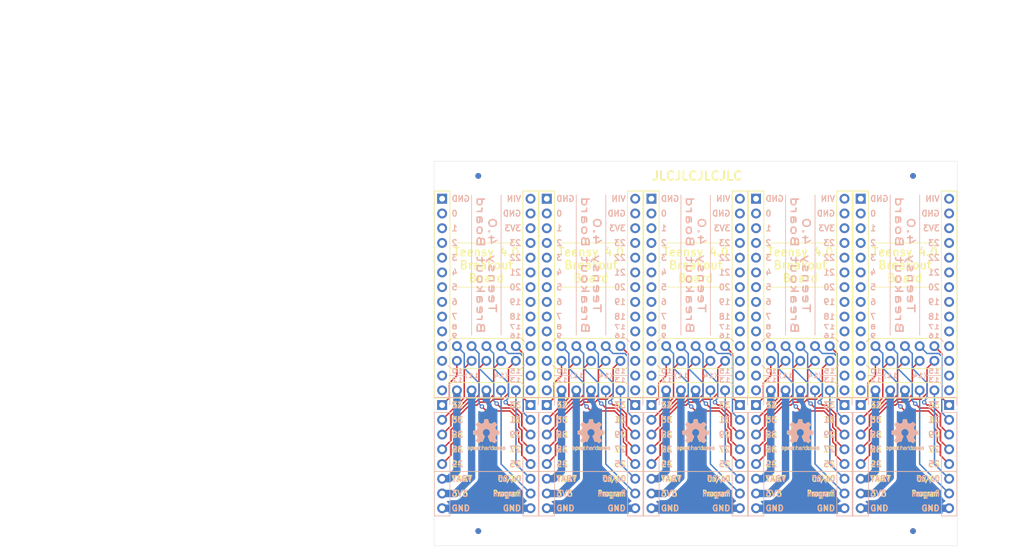
<source format=kicad_pcb>
(kicad_pcb (version 20171130) (host pcbnew "(5.1.5)-3")
  (title_block (title "Teensy 4.0 Breakout Board") (date 2019-12-24) (rev A) (company "Ray Sun"))
  (layers (0 F.Cu signal) (31 B.Cu signal) (34 B.Paste user hide) (35 F.Paste user hide) (36 B.SilkS user) (37 F.SilkS user) (38 B.Mask user) (39 F.Mask user) (44 Edge.Cuts user))
  (net 0 "")
  (net 1 GND)
  (net 2 +3V3)
  (net 3 +5V)
  (net 4 "Net-(J3-Pad5)")
  (net 5 "Net-(J3-Pad4)")
  (net 6 "Net-(J3-Pad3)")
  (net 7 "Net-(J3-Pad2)")
  (net 8 "Net-(J3-Pad1)")
  (net 9 "Net-(J4-Pad7)")
  (net 10 "Net-(J4-Pad6)")
  (net 11 "Net-(J4-Pad5)")
  (net 12 "Net-(J4-Pad4)")
  (net 13 "Net-(J4-Pad3)")
  (net 14 "Net-(J4-Pad2)")
  (net 15 "Net-(J4-Pad1)")
  (net 16 "Net-(U3-Pad2)")
  (net 17 "Net-(U3-Pad3)")
  (net 18 "Net-(U3-Pad4)")
  (net 19 "Net-(U3-Pad5)")
  (net 20 "Net-(U3-Pad6)")
  (net 21 "Net-(U3-Pad7)")
  (net 22 "Net-(U3-Pad8)")
  (net 23 "Net-(U3-Pad9)")
  (net 24 "Net-(U3-Pad10)")
  (net 25 "Net-(U3-Pad11)")
  (net 26 "Net-(U3-Pad12)")
  (net 27 "Net-(U3-Pad13)")
  (net 28 "Net-(U3-Pad14)")
  (net 29 "Net-(U3-Pad15)")
  (net 30 "Net-(U3-Pad16)")
  (net 31 "Net-(U3-Pad17)")
  (net 32 "Net-(U3-Pad18)")
  (net 33 "Net-(U3-Pad19)")
  (net 34 "Net-(U3-Pad20)")
  (net 35 "Net-(U3-Pad21)")
  (net 36 "Net-(U3-Pad22)")
  (net 37 "Net-(U3-Pad23)")
  (net 38 "Net-(U3-Pad24)")
  (net 39 "Net-(U3-Pad25)")
  (net 40 "Net-(U3-Pad26)")
  (net 41 "Net-(U3-Pad27)")
  (net 42 "Net-(U3-Pad28)")
  (net 43 "Net-(U3-Pad1)")
  (module Fiducial:Fiducial_1mm_Mask3mm (layer B.Cu) (at 107.823 77.851)
    (fp_text reference REF** hide)
    (fp_text value Fiducial_1mm_Mask3mm)
    (pad "" smd circle (at 0 0) (size 1 1) (layers B.Cu B.Mask) (clearance 1))
  )
  (module Fiducial:Fiducial_1mm_Mask3mm (layer B.Cu) (at 182.753 77.851)
    (fp_text reference REF** hide)
    (fp_text value Fiducial_1mm_Mask3mm)
    (pad "" smd circle (at 0 0) (size 1 1) (layers B.Cu B.Mask) (clearance 1))
  )
  (module Fiducial:Fiducial_1mm_Mask3mm (layer B.Cu) (at 182.753 139.065)
    (fp_text reference REF** hide)
    (fp_text value Fiducial_1mm_Mask3mm)
    (pad "" smd circle (at 0 0) (size 1 1) (layers B.Cu B.Mask) (clearance 1))
  )
  (module Fiducial:Fiducial_1mm_Mask3mm (layer B.Cu) (at 107.823 139.065)
    (fp_text reference REF** hide)
    (fp_text value Fiducial_1mm_Mask3mm)
    (pad "" smd circle (at 0 0) (size 1 1) (layers B.Cu B.Mask) (clearance 1))
  )
  (module nibelung:Teensy40_Socket_WithBottomAndEdge (layer F.Cu) (at 127.254 81.788)
    (fp_text reference U3 hide)
    (fp_text value Teensy4.0_WithBottomAndEdge hide)
    (pad 43 thru_hole oval (at -5.08 33.02) (size 1.7 1.7) (drill 1) (layers *.Cu *.Mask) (net 3 +5V))
    (pad 42 thru_hole oval (at -2.54 33.02) (size 1.7 1.7) (drill 1) (layers *.Cu *.Mask) (net 2 +3V3))
    (pad 41 thru_hole oval (at 0 33.02) (size 1.7 1.7) (drill 1) (layers *.Cu *.Mask) (net 1 GND))
    (pad 40 thru_hole oval (at 2.54 33.02) (size 1.7 1.7) (drill 1) (layers *.Cu *.Mask) (net 9 "Net-(J4-Pad7)"))
    (pad 39 thru_hole oval (at 5.08 33.02) (size 1.7 1.7) (drill 1) (layers *.Cu *.Mask) (net 10 "Net-(J4-Pad6)"))
    (pad 38 thru_hole oval (at 5.08 25.4) (size 1.7 1.7) (drill 1) (layers *.Cu *.Mask) (net 15 "Net-(J4-Pad1)"))
    (pad 37 thru_hole oval (at 2.54 25.4) (size 1.7 1.7) (drill 1) (layers *.Cu *.Mask) (net 14 "Net-(J4-Pad2)"))
    (pad 36 thru_hole oval (at 0 25.4) (size 1.7 1.7) (drill 1) (layers *.Cu *.Mask) (net 13 "Net-(J4-Pad3)"))
    (pad 35 thru_hole oval (at -2.54 25.4) (size 1.7 1.7) (drill 1) (layers *.Cu *.Mask) (net 12 "Net-(J4-Pad4)"))
    (pad 34 thru_hole oval (at -5.08 25.4) (size 1.7 1.7) (drill 1) (layers *.Cu *.Mask) (net 11 "Net-(J4-Pad5)"))
    (pad 33 thru_hole oval (at -5.08 27.94) (size 1.7 1.7) (drill 1) (layers *.Cu *.Mask) (net 8 "Net-(J3-Pad1)"))
    (pad 32 thru_hole oval (at -2.54 27.94) (size 1.7 1.7) (drill 1) (layers *.Cu *.Mask) (net 7 "Net-(J3-Pad2)"))
    (pad 31 thru_hole oval (at 0 27.94) (size 1.7 1.7) (drill 1) (layers *.Cu *.Mask) (net 6 "Net-(J3-Pad3)"))
    (pad 30 thru_hole oval (at 2.54 27.94) (size 1.7 1.7) (drill 1) (layers *.Cu *.Mask) (net 5 "Net-(J3-Pad4)"))
    (pad 29 thru_hole oval (at 5.08 27.94) (size 1.7 1.7) (drill 1) (layers *.Cu *.Mask) (net 4 "Net-(J3-Pad5)"))
    (pad 2 thru_hole oval (at -7.62 2.54) (size 1.7 1.7) (drill 1) (layers *.Cu *.Mask) (net 16 "Net-(U3-Pad2)"))
    (pad 3 thru_hole oval (at -7.62 5.08) (size 1.7 1.7) (drill 1) (layers *.Cu *.Mask) (net 17 "Net-(U3-Pad3)"))
    (pad 4 thru_hole oval (at -7.62 7.62) (size 1.7 1.7) (drill 1) (layers *.Cu *.Mask) (net 18 "Net-(U3-Pad4)"))
    (pad 5 thru_hole oval (at -7.62 10.16) (size 1.7 1.7) (drill 1) (layers *.Cu *.Mask) (net 19 "Net-(U3-Pad5)"))
    (pad 6 thru_hole oval (at -7.62 12.7) (size 1.7 1.7) (drill 1) (layers *.Cu *.Mask) (net 20 "Net-(U3-Pad6)"))
    (pad 7 thru_hole oval (at -7.62 15.24) (size 1.7 1.7) (drill 1) (layers *.Cu *.Mask) (net 21 "Net-(U3-Pad7)"))
    (pad 8 thru_hole oval (at -7.62 17.78) (size 1.7 1.7) (drill 1) (layers *.Cu *.Mask) (net 22 "Net-(U3-Pad8)"))
    (pad 9 thru_hole oval (at -7.62 20.32) (size 1.7 1.7) (drill 1) (layers *.Cu *.Mask) (net 23 "Net-(U3-Pad9)"))
    (pad 10 thru_hole oval (at -7.62 22.86) (size 1.7 1.7) (drill 1) (layers *.Cu *.Mask) (net 24 "Net-(U3-Pad10)"))
    (pad 11 thru_hole oval (at -7.62 25.4) (size 1.7 1.7) (drill 1) (layers *.Cu *.Mask) (net 25 "Net-(U3-Pad11)"))
    (pad 12 thru_hole oval (at -7.62 27.94) (size 1.7 1.7) (drill 1) (layers *.Cu *.Mask) (net 26 "Net-(U3-Pad12)"))
    (pad 13 thru_hole oval (at -7.62 30.48) (size 1.7 1.7) (drill 1) (layers *.Cu *.Mask) (net 27 "Net-(U3-Pad13)"))
    (pad 14 thru_hole oval (at -7.62 33.02) (size 1.7 1.7) (drill 1) (layers *.Cu *.Mask) (net 28 "Net-(U3-Pad14)"))
    (pad 15 thru_hole oval (at 7.62 33.02) (size 1.7 1.7) (drill 1) (layers *.Cu *.Mask) (net 29 "Net-(U3-Pad15)"))
    (pad 16 thru_hole oval (at 7.62 30.48) (size 1.7 1.7) (drill 1) (layers *.Cu *.Mask) (net 30 "Net-(U3-Pad16)"))
    (pad 17 thru_hole oval (at 7.62 27.94) (size 1.7 1.7) (drill 1) (layers *.Cu *.Mask) (net 31 "Net-(U3-Pad17)"))
    (pad 18 thru_hole oval (at 7.62 25.4) (size 1.7 1.7) (drill 1) (layers *.Cu *.Mask) (net 32 "Net-(U3-Pad18)"))
    (pad 19 thru_hole oval (at 7.62 22.86) (size 1.7 1.7) (drill 1) (layers *.Cu *.Mask) (net 33 "Net-(U3-Pad19)"))
    (pad 20 thru_hole oval (at 7.62 20.32) (size 1.7 1.7) (drill 1) (layers *.Cu *.Mask) (net 34 "Net-(U3-Pad20)"))
    (pad 21 thru_hole oval (at 7.62 17.78) (size 1.7 1.7) (drill 1) (layers *.Cu *.Mask) (net 35 "Net-(U3-Pad21)"))
    (pad 22 thru_hole oval (at 7.62 15.24) (size 1.7 1.7) (drill 1) (layers *.Cu *.Mask) (net 36 "Net-(U3-Pad22)"))
    (pad 23 thru_hole oval (at 7.62 12.7) (size 1.7 1.7) (drill 1) (layers *.Cu *.Mask) (net 37 "Net-(U3-Pad23)"))
    (pad 24 thru_hole oval (at 7.62 10.16) (size 1.7 1.7) (drill 1) (layers *.Cu *.Mask) (net 38 "Net-(U3-Pad24)"))
    (pad 25 thru_hole oval (at 7.62 7.62) (size 1.7 1.7) (drill 1) (layers *.Cu *.Mask) (net 39 "Net-(U3-Pad25)"))
    (pad 26 thru_hole oval (at 7.62 5.08) (size 1.7 1.7) (drill 1) (layers *.Cu *.Mask) (net 40 "Net-(U3-Pad26)"))
    (pad 27 thru_hole oval (at 7.62 2.54) (size 1.7 1.7) (drill 1) (layers *.Cu *.Mask) (net 41 "Net-(U3-Pad27)"))
    (pad 28 thru_hole oval (at 7.62 0) (size 1.7 1.7) (drill 1) (layers *.Cu *.Mask) (net 42 "Net-(U3-Pad28)"))
    (pad 1 thru_hole rect (at -7.62 0) (size 1.7 1.7) (drill 1) (layers *.Cu *.Mask) (net 43 "Net-(U3-Pad1)"))
  )
  (module nibelung:Teensy40_Socket_WithBottomAndEdge (layer F.Cu) (at 163.322 81.788)
    (fp_text reference U3 hide)
    (fp_text value Teensy4.0_WithBottomAndEdge hide)
    (pad 43 thru_hole oval (at -5.08 33.02) (size 1.7 1.7) (drill 1) (layers *.Cu *.Mask) (net 3 +5V))
    (pad 42 thru_hole oval (at -2.54 33.02) (size 1.7 1.7) (drill 1) (layers *.Cu *.Mask) (net 2 +3V3))
    (pad 41 thru_hole oval (at 0 33.02) (size 1.7 1.7) (drill 1) (layers *.Cu *.Mask) (net 1 GND))
    (pad 40 thru_hole oval (at 2.54 33.02) (size 1.7 1.7) (drill 1) (layers *.Cu *.Mask) (net 9 "Net-(J4-Pad7)"))
    (pad 39 thru_hole oval (at 5.08 33.02) (size 1.7 1.7) (drill 1) (layers *.Cu *.Mask) (net 10 "Net-(J4-Pad6)"))
    (pad 38 thru_hole oval (at 5.08 25.4) (size 1.7 1.7) (drill 1) (layers *.Cu *.Mask) (net 15 "Net-(J4-Pad1)"))
    (pad 37 thru_hole oval (at 2.54 25.4) (size 1.7 1.7) (drill 1) (layers *.Cu *.Mask) (net 14 "Net-(J4-Pad2)"))
    (pad 36 thru_hole oval (at 0 25.4) (size 1.7 1.7) (drill 1) (layers *.Cu *.Mask) (net 13 "Net-(J4-Pad3)"))
    (pad 35 thru_hole oval (at -2.54 25.4) (size 1.7 1.7) (drill 1) (layers *.Cu *.Mask) (net 12 "Net-(J4-Pad4)"))
    (pad 34 thru_hole oval (at -5.08 25.4) (size 1.7 1.7) (drill 1) (layers *.Cu *.Mask) (net 11 "Net-(J4-Pad5)"))
    (pad 33 thru_hole oval (at -5.08 27.94) (size 1.7 1.7) (drill 1) (layers *.Cu *.Mask) (net 8 "Net-(J3-Pad1)"))
    (pad 32 thru_hole oval (at -2.54 27.94) (size 1.7 1.7) (drill 1) (layers *.Cu *.Mask) (net 7 "Net-(J3-Pad2)"))
    (pad 31 thru_hole oval (at 0 27.94) (size 1.7 1.7) (drill 1) (layers *.Cu *.Mask) (net 6 "Net-(J3-Pad3)"))
    (pad 30 thru_hole oval (at 2.54 27.94) (size 1.7 1.7) (drill 1) (layers *.Cu *.Mask) (net 5 "Net-(J3-Pad4)"))
    (pad 29 thru_hole oval (at 5.08 27.94) (size 1.7 1.7) (drill 1) (layers *.Cu *.Mask) (net 4 "Net-(J3-Pad5)"))
    (pad 2 thru_hole oval (at -7.62 2.54) (size 1.7 1.7) (drill 1) (layers *.Cu *.Mask) (net 16 "Net-(U3-Pad2)"))
    (pad 3 thru_hole oval (at -7.62 5.08) (size 1.7 1.7) (drill 1) (layers *.Cu *.Mask) (net 17 "Net-(U3-Pad3)"))
    (pad 4 thru_hole oval (at -7.62 7.62) (size 1.7 1.7) (drill 1) (layers *.Cu *.Mask) (net 18 "Net-(U3-Pad4)"))
    (pad 5 thru_hole oval (at -7.62 10.16) (size 1.7 1.7) (drill 1) (layers *.Cu *.Mask) (net 19 "Net-(U3-Pad5)"))
    (pad 6 thru_hole oval (at -7.62 12.7) (size 1.7 1.7) (drill 1) (layers *.Cu *.Mask) (net 20 "Net-(U3-Pad6)"))
    (pad 7 thru_hole oval (at -7.62 15.24) (size 1.7 1.7) (drill 1) (layers *.Cu *.Mask) (net 21 "Net-(U3-Pad7)"))
    (pad 8 thru_hole oval (at -7.62 17.78) (size 1.7 1.7) (drill 1) (layers *.Cu *.Mask) (net 22 "Net-(U3-Pad8)"))
    (pad 9 thru_hole oval (at -7.62 20.32) (size 1.7 1.7) (drill 1) (layers *.Cu *.Mask) (net 23 "Net-(U3-Pad9)"))
    (pad 10 thru_hole oval (at -7.62 22.86) (size 1.7 1.7) (drill 1) (layers *.Cu *.Mask) (net 24 "Net-(U3-Pad10)"))
    (pad 11 thru_hole oval (at -7.62 25.4) (size 1.7 1.7) (drill 1) (layers *.Cu *.Mask) (net 25 "Net-(U3-Pad11)"))
    (pad 12 thru_hole oval (at -7.62 27.94) (size 1.7 1.7) (drill 1) (layers *.Cu *.Mask) (net 26 "Net-(U3-Pad12)"))
    (pad 13 thru_hole oval (at -7.62 30.48) (size 1.7 1.7) (drill 1) (layers *.Cu *.Mask) (net 27 "Net-(U3-Pad13)"))
    (pad 14 thru_hole oval (at -7.62 33.02) (size 1.7 1.7) (drill 1) (layers *.Cu *.Mask) (net 28 "Net-(U3-Pad14)"))
    (pad 15 thru_hole oval (at 7.62 33.02) (size 1.7 1.7) (drill 1) (layers *.Cu *.Mask) (net 29 "Net-(U3-Pad15)"))
    (pad 16 thru_hole oval (at 7.62 30.48) (size 1.7 1.7) (drill 1) (layers *.Cu *.Mask) (net 30 "Net-(U3-Pad16)"))
    (pad 17 thru_hole oval (at 7.62 27.94) (size 1.7 1.7) (drill 1) (layers *.Cu *.Mask) (net 31 "Net-(U3-Pad17)"))
    (pad 18 thru_hole oval (at 7.62 25.4) (size 1.7 1.7) (drill 1) (layers *.Cu *.Mask) (net 32 "Net-(U3-Pad18)"))
    (pad 19 thru_hole oval (at 7.62 22.86) (size 1.7 1.7) (drill 1) (layers *.Cu *.Mask) (net 33 "Net-(U3-Pad19)"))
    (pad 20 thru_hole oval (at 7.62 20.32) (size 1.7 1.7) (drill 1) (layers *.Cu *.Mask) (net 34 "Net-(U3-Pad20)"))
    (pad 21 thru_hole oval (at 7.62 17.78) (size 1.7 1.7) (drill 1) (layers *.Cu *.Mask) (net 35 "Net-(U3-Pad21)"))
    (pad 22 thru_hole oval (at 7.62 15.24) (size 1.7 1.7) (drill 1) (layers *.Cu *.Mask) (net 36 "Net-(U3-Pad22)"))
    (pad 23 thru_hole oval (at 7.62 12.7) (size 1.7 1.7) (drill 1) (layers *.Cu *.Mask) (net 37 "Net-(U3-Pad23)"))
    (pad 24 thru_hole oval (at 7.62 10.16) (size 1.7 1.7) (drill 1) (layers *.Cu *.Mask) (net 38 "Net-(U3-Pad24)"))
    (pad 25 thru_hole oval (at 7.62 7.62) (size 1.7 1.7) (drill 1) (layers *.Cu *.Mask) (net 39 "Net-(U3-Pad25)"))
    (pad 26 thru_hole oval (at 7.62 5.08) (size 1.7 1.7) (drill 1) (layers *.Cu *.Mask) (net 40 "Net-(U3-Pad26)"))
    (pad 27 thru_hole oval (at 7.62 2.54) (size 1.7 1.7) (drill 1) (layers *.Cu *.Mask) (net 41 "Net-(U3-Pad27)"))
    (pad 28 thru_hole oval (at 7.62 0) (size 1.7 1.7) (drill 1) (layers *.Cu *.Mask) (net 42 "Net-(U3-Pad28)"))
    (pad 1 thru_hole rect (at -7.62 0) (size 1.7 1.7) (drill 1) (layers *.Cu *.Mask) (net 43 "Net-(U3-Pad1)"))
  )
  (module nibelung:Teensy40_Socket_WithBottomAndEdge (layer F.Cu) (at 181.356 81.788)
    (fp_text reference U3 hide)
    (fp_text value Teensy4.0_WithBottomAndEdge hide)
    (pad 43 thru_hole oval (at -5.08 33.02) (size 1.7 1.7) (drill 1) (layers *.Cu *.Mask) (net 3 +5V))
    (pad 42 thru_hole oval (at -2.54 33.02) (size 1.7 1.7) (drill 1) (layers *.Cu *.Mask) (net 2 +3V3))
    (pad 41 thru_hole oval (at 0 33.02) (size 1.7 1.7) (drill 1) (layers *.Cu *.Mask) (net 1 GND))
    (pad 40 thru_hole oval (at 2.54 33.02) (size 1.7 1.7) (drill 1) (layers *.Cu *.Mask) (net 9 "Net-(J4-Pad7)"))
    (pad 39 thru_hole oval (at 5.08 33.02) (size 1.7 1.7) (drill 1) (layers *.Cu *.Mask) (net 10 "Net-(J4-Pad6)"))
    (pad 38 thru_hole oval (at 5.08 25.4) (size 1.7 1.7) (drill 1) (layers *.Cu *.Mask) (net 15 "Net-(J4-Pad1)"))
    (pad 37 thru_hole oval (at 2.54 25.4) (size 1.7 1.7) (drill 1) (layers *.Cu *.Mask) (net 14 "Net-(J4-Pad2)"))
    (pad 36 thru_hole oval (at 0 25.4) (size 1.7 1.7) (drill 1) (layers *.Cu *.Mask) (net 13 "Net-(J4-Pad3)"))
    (pad 35 thru_hole oval (at -2.54 25.4) (size 1.7 1.7) (drill 1) (layers *.Cu *.Mask) (net 12 "Net-(J4-Pad4)"))
    (pad 34 thru_hole oval (at -5.08 25.4) (size 1.7 1.7) (drill 1) (layers *.Cu *.Mask) (net 11 "Net-(J4-Pad5)"))
    (pad 33 thru_hole oval (at -5.08 27.94) (size 1.7 1.7) (drill 1) (layers *.Cu *.Mask) (net 8 "Net-(J3-Pad1)"))
    (pad 32 thru_hole oval (at -2.54 27.94) (size 1.7 1.7) (drill 1) (layers *.Cu *.Mask) (net 7 "Net-(J3-Pad2)"))
    (pad 31 thru_hole oval (at 0 27.94) (size 1.7 1.7) (drill 1) (layers *.Cu *.Mask) (net 6 "Net-(J3-Pad3)"))
    (pad 30 thru_hole oval (at 2.54 27.94) (size 1.7 1.7) (drill 1) (layers *.Cu *.Mask) (net 5 "Net-(J3-Pad4)"))
    (pad 29 thru_hole oval (at 5.08 27.94) (size 1.7 1.7) (drill 1) (layers *.Cu *.Mask) (net 4 "Net-(J3-Pad5)"))
    (pad 2 thru_hole oval (at -7.62 2.54) (size 1.7 1.7) (drill 1) (layers *.Cu *.Mask) (net 16 "Net-(U3-Pad2)"))
    (pad 3 thru_hole oval (at -7.62 5.08) (size 1.7 1.7) (drill 1) (layers *.Cu *.Mask) (net 17 "Net-(U3-Pad3)"))
    (pad 4 thru_hole oval (at -7.62 7.62) (size 1.7 1.7) (drill 1) (layers *.Cu *.Mask) (net 18 "Net-(U3-Pad4)"))
    (pad 5 thru_hole oval (at -7.62 10.16) (size 1.7 1.7) (drill 1) (layers *.Cu *.Mask) (net 19 "Net-(U3-Pad5)"))
    (pad 6 thru_hole oval (at -7.62 12.7) (size 1.7 1.7) (drill 1) (layers *.Cu *.Mask) (net 20 "Net-(U3-Pad6)"))
    (pad 7 thru_hole oval (at -7.62 15.24) (size 1.7 1.7) (drill 1) (layers *.Cu *.Mask) (net 21 "Net-(U3-Pad7)"))
    (pad 8 thru_hole oval (at -7.62 17.78) (size 1.7 1.7) (drill 1) (layers *.Cu *.Mask) (net 22 "Net-(U3-Pad8)"))
    (pad 9 thru_hole oval (at -7.62 20.32) (size 1.7 1.7) (drill 1) (layers *.Cu *.Mask) (net 23 "Net-(U3-Pad9)"))
    (pad 10 thru_hole oval (at -7.62 22.86) (size 1.7 1.7) (drill 1) (layers *.Cu *.Mask) (net 24 "Net-(U3-Pad10)"))
    (pad 11 thru_hole oval (at -7.62 25.4) (size 1.7 1.7) (drill 1) (layers *.Cu *.Mask) (net 25 "Net-(U3-Pad11)"))
    (pad 12 thru_hole oval (at -7.62 27.94) (size 1.7 1.7) (drill 1) (layers *.Cu *.Mask) (net 26 "Net-(U3-Pad12)"))
    (pad 13 thru_hole oval (at -7.62 30.48) (size 1.7 1.7) (drill 1) (layers *.Cu *.Mask) (net 27 "Net-(U3-Pad13)"))
    (pad 14 thru_hole oval (at -7.62 33.02) (size 1.7 1.7) (drill 1) (layers *.Cu *.Mask) (net 28 "Net-(U3-Pad14)"))
    (pad 15 thru_hole oval (at 7.62 33.02) (size 1.7 1.7) (drill 1) (layers *.Cu *.Mask) (net 29 "Net-(U3-Pad15)"))
    (pad 16 thru_hole oval (at 7.62 30.48) (size 1.7 1.7) (drill 1) (layers *.Cu *.Mask) (net 30 "Net-(U3-Pad16)"))
    (pad 17 thru_hole oval (at 7.62 27.94) (size 1.7 1.7) (drill 1) (layers *.Cu *.Mask) (net 31 "Net-(U3-Pad17)"))
    (pad 18 thru_hole oval (at 7.62 25.4) (size 1.7 1.7) (drill 1) (layers *.Cu *.Mask) (net 32 "Net-(U3-Pad18)"))
    (pad 19 thru_hole oval (at 7.62 22.86) (size 1.7 1.7) (drill 1) (layers *.Cu *.Mask) (net 33 "Net-(U3-Pad19)"))
    (pad 20 thru_hole oval (at 7.62 20.32) (size 1.7 1.7) (drill 1) (layers *.Cu *.Mask) (net 34 "Net-(U3-Pad20)"))
    (pad 21 thru_hole oval (at 7.62 17.78) (size 1.7 1.7) (drill 1) (layers *.Cu *.Mask) (net 35 "Net-(U3-Pad21)"))
    (pad 22 thru_hole oval (at 7.62 15.24) (size 1.7 1.7) (drill 1) (layers *.Cu *.Mask) (net 36 "Net-(U3-Pad22)"))
    (pad 23 thru_hole oval (at 7.62 12.7) (size 1.7 1.7) (drill 1) (layers *.Cu *.Mask) (net 37 "Net-(U3-Pad23)"))
    (pad 24 thru_hole oval (at 7.62 10.16) (size 1.7 1.7) (drill 1) (layers *.Cu *.Mask) (net 38 "Net-(U3-Pad24)"))
    (pad 25 thru_hole oval (at 7.62 7.62) (size 1.7 1.7) (drill 1) (layers *.Cu *.Mask) (net 39 "Net-(U3-Pad25)"))
    (pad 26 thru_hole oval (at 7.62 5.08) (size 1.7 1.7) (drill 1) (layers *.Cu *.Mask) (net 40 "Net-(U3-Pad26)"))
    (pad 27 thru_hole oval (at 7.62 2.54) (size 1.7 1.7) (drill 1) (layers *.Cu *.Mask) (net 41 "Net-(U3-Pad27)"))
    (pad 28 thru_hole oval (at 7.62 0) (size 1.7 1.7) (drill 1) (layers *.Cu *.Mask) (net 42 "Net-(U3-Pad28)"))
    (pad 1 thru_hole rect (at -7.62 0) (size 1.7 1.7) (drill 1) (layers *.Cu *.Mask) (net 43 "Net-(U3-Pad1)"))
  )
  (module nibelung:Teensy40_Socket_WithBottomAndEdge (layer F.Cu) (at 145.288 81.788)
    (fp_text reference U3 hide)
    (fp_text value Teensy4.0_WithBottomAndEdge hide)
    (pad 43 thru_hole oval (at -5.08 33.02) (size 1.7 1.7) (drill 1) (layers *.Cu *.Mask) (net 3 +5V))
    (pad 42 thru_hole oval (at -2.54 33.02) (size 1.7 1.7) (drill 1) (layers *.Cu *.Mask) (net 2 +3V3))
    (pad 41 thru_hole oval (at 0 33.02) (size 1.7 1.7) (drill 1) (layers *.Cu *.Mask) (net 1 GND))
    (pad 40 thru_hole oval (at 2.54 33.02) (size 1.7 1.7) (drill 1) (layers *.Cu *.Mask) (net 9 "Net-(J4-Pad7)"))
    (pad 39 thru_hole oval (at 5.08 33.02) (size 1.7 1.7) (drill 1) (layers *.Cu *.Mask) (net 10 "Net-(J4-Pad6)"))
    (pad 38 thru_hole oval (at 5.08 25.4) (size 1.7 1.7) (drill 1) (layers *.Cu *.Mask) (net 15 "Net-(J4-Pad1)"))
    (pad 37 thru_hole oval (at 2.54 25.4) (size 1.7 1.7) (drill 1) (layers *.Cu *.Mask) (net 14 "Net-(J4-Pad2)"))
    (pad 36 thru_hole oval (at 0 25.4) (size 1.7 1.7) (drill 1) (layers *.Cu *.Mask) (net 13 "Net-(J4-Pad3)"))
    (pad 35 thru_hole oval (at -2.54 25.4) (size 1.7 1.7) (drill 1) (layers *.Cu *.Mask) (net 12 "Net-(J4-Pad4)"))
    (pad 34 thru_hole oval (at -5.08 25.4) (size 1.7 1.7) (drill 1) (layers *.Cu *.Mask) (net 11 "Net-(J4-Pad5)"))
    (pad 33 thru_hole oval (at -5.08 27.94) (size 1.7 1.7) (drill 1) (layers *.Cu *.Mask) (net 8 "Net-(J3-Pad1)"))
    (pad 32 thru_hole oval (at -2.54 27.94) (size 1.7 1.7) (drill 1) (layers *.Cu *.Mask) (net 7 "Net-(J3-Pad2)"))
    (pad 31 thru_hole oval (at 0 27.94) (size 1.7 1.7) (drill 1) (layers *.Cu *.Mask) (net 6 "Net-(J3-Pad3)"))
    (pad 30 thru_hole oval (at 2.54 27.94) (size 1.7 1.7) (drill 1) (layers *.Cu *.Mask) (net 5 "Net-(J3-Pad4)"))
    (pad 29 thru_hole oval (at 5.08 27.94) (size 1.7 1.7) (drill 1) (layers *.Cu *.Mask) (net 4 "Net-(J3-Pad5)"))
    (pad 2 thru_hole oval (at -7.62 2.54) (size 1.7 1.7) (drill 1) (layers *.Cu *.Mask) (net 16 "Net-(U3-Pad2)"))
    (pad 3 thru_hole oval (at -7.62 5.08) (size 1.7 1.7) (drill 1) (layers *.Cu *.Mask) (net 17 "Net-(U3-Pad3)"))
    (pad 4 thru_hole oval (at -7.62 7.62) (size 1.7 1.7) (drill 1) (layers *.Cu *.Mask) (net 18 "Net-(U3-Pad4)"))
    (pad 5 thru_hole oval (at -7.62 10.16) (size 1.7 1.7) (drill 1) (layers *.Cu *.Mask) (net 19 "Net-(U3-Pad5)"))
    (pad 6 thru_hole oval (at -7.62 12.7) (size 1.7 1.7) (drill 1) (layers *.Cu *.Mask) (net 20 "Net-(U3-Pad6)"))
    (pad 7 thru_hole oval (at -7.62 15.24) (size 1.7 1.7) (drill 1) (layers *.Cu *.Mask) (net 21 "Net-(U3-Pad7)"))
    (pad 8 thru_hole oval (at -7.62 17.78) (size 1.7 1.7) (drill 1) (layers *.Cu *.Mask) (net 22 "Net-(U3-Pad8)"))
    (pad 9 thru_hole oval (at -7.62 20.32) (size 1.7 1.7) (drill 1) (layers *.Cu *.Mask) (net 23 "Net-(U3-Pad9)"))
    (pad 10 thru_hole oval (at -7.62 22.86) (size 1.7 1.7) (drill 1) (layers *.Cu *.Mask) (net 24 "Net-(U3-Pad10)"))
    (pad 11 thru_hole oval (at -7.62 25.4) (size 1.7 1.7) (drill 1) (layers *.Cu *.Mask) (net 25 "Net-(U3-Pad11)"))
    (pad 12 thru_hole oval (at -7.62 27.94) (size 1.7 1.7) (drill 1) (layers *.Cu *.Mask) (net 26 "Net-(U3-Pad12)"))
    (pad 13 thru_hole oval (at -7.62 30.48) (size 1.7 1.7) (drill 1) (layers *.Cu *.Mask) (net 27 "Net-(U3-Pad13)"))
    (pad 14 thru_hole oval (at -7.62 33.02) (size 1.7 1.7) (drill 1) (layers *.Cu *.Mask) (net 28 "Net-(U3-Pad14)"))
    (pad 15 thru_hole oval (at 7.62 33.02) (size 1.7 1.7) (drill 1) (layers *.Cu *.Mask) (net 29 "Net-(U3-Pad15)"))
    (pad 16 thru_hole oval (at 7.62 30.48) (size 1.7 1.7) (drill 1) (layers *.Cu *.Mask) (net 30 "Net-(U3-Pad16)"))
    (pad 17 thru_hole oval (at 7.62 27.94) (size 1.7 1.7) (drill 1) (layers *.Cu *.Mask) (net 31 "Net-(U3-Pad17)"))
    (pad 18 thru_hole oval (at 7.62 25.4) (size 1.7 1.7) (drill 1) (layers *.Cu *.Mask) (net 32 "Net-(U3-Pad18)"))
    (pad 19 thru_hole oval (at 7.62 22.86) (size 1.7 1.7) (drill 1) (layers *.Cu *.Mask) (net 33 "Net-(U3-Pad19)"))
    (pad 20 thru_hole oval (at 7.62 20.32) (size 1.7 1.7) (drill 1) (layers *.Cu *.Mask) (net 34 "Net-(U3-Pad20)"))
    (pad 21 thru_hole oval (at 7.62 17.78) (size 1.7 1.7) (drill 1) (layers *.Cu *.Mask) (net 35 "Net-(U3-Pad21)"))
    (pad 22 thru_hole oval (at 7.62 15.24) (size 1.7 1.7) (drill 1) (layers *.Cu *.Mask) (net 36 "Net-(U3-Pad22)"))
    (pad 23 thru_hole oval (at 7.62 12.7) (size 1.7 1.7) (drill 1) (layers *.Cu *.Mask) (net 37 "Net-(U3-Pad23)"))
    (pad 24 thru_hole oval (at 7.62 10.16) (size 1.7 1.7) (drill 1) (layers *.Cu *.Mask) (net 38 "Net-(U3-Pad24)"))
    (pad 25 thru_hole oval (at 7.62 7.62) (size 1.7 1.7) (drill 1) (layers *.Cu *.Mask) (net 39 "Net-(U3-Pad25)"))
    (pad 26 thru_hole oval (at 7.62 5.08) (size 1.7 1.7) (drill 1) (layers *.Cu *.Mask) (net 40 "Net-(U3-Pad26)"))
    (pad 27 thru_hole oval (at 7.62 2.54) (size 1.7 1.7) (drill 1) (layers *.Cu *.Mask) (net 41 "Net-(U3-Pad27)"))
    (pad 28 thru_hole oval (at 7.62 0) (size 1.7 1.7) (drill 1) (layers *.Cu *.Mask) (net 42 "Net-(U3-Pad28)"))
    (pad 1 thru_hole rect (at -7.62 0) (size 1.7 1.7) (drill 1) (layers *.Cu *.Mask) (net 43 "Net-(U3-Pad1)"))
  )
  (module Connector_PinHeader_2.54mm:PinHeader_1x08_P2.54mm_Vertical (layer B.Cu) (at 116.84 117.348 180)
    (fp_text reference J4 hide)
    (fp_text value Conn_01x08)
    (pad 1 thru_hole rect (at 0 0 180) (size 1.7 1.7) (drill 1) (layers *.Cu *.Mask) (net 15 "Net-(J4-Pad1)"))
    (pad 2 thru_hole oval (at 0 -2.54 180) (size 1.7 1.7) (drill 1) (layers *.Cu *.Mask) (net 14 "Net-(J4-Pad2)"))
    (pad 3 thru_hole oval (at 0 -5.08 180) (size 1.7 1.7) (drill 1) (layers *.Cu *.Mask) (net 13 "Net-(J4-Pad3)"))
    (pad 4 thru_hole oval (at 0 -7.62 180) (size 1.7 1.7) (drill 1) (layers *.Cu *.Mask) (net 12 "Net-(J4-Pad4)"))
    (pad 5 thru_hole oval (at 0 -10.16 180) (size 1.7 1.7) (drill 1) (layers *.Cu *.Mask) (net 11 "Net-(J4-Pad5)"))
    (pad 6 thru_hole oval (at 0 -12.7 180) (size 1.7 1.7) (drill 1) (layers *.Cu *.Mask) (net 10 "Net-(J4-Pad6)"))
    (pad 7 thru_hole oval (at 0 -15.24 180) (size 1.7 1.7) (drill 1) (layers *.Cu *.Mask) (net 9 "Net-(J4-Pad7)"))
    (pad 8 thru_hole oval (at 0 -17.78 180) (size 1.7 1.7) (drill 1) (layers *.Cu *.Mask) (net 1 GND))
  )
  (module Connector_PinHeader_2.54mm:PinHeader_1x08_P2.54mm_Vertical (layer B.Cu) (at 101.6 117.348 180)
    (fp_text reference J3 hide)
    (fp_text value Conn_01x08)
    (pad 1 thru_hole rect (at 0 0 180) (size 1.7 1.7) (drill 1) (layers *.Cu *.Mask) (net 8 "Net-(J3-Pad1)"))
    (pad 2 thru_hole oval (at 0 -2.54 180) (size 1.7 1.7) (drill 1) (layers *.Cu *.Mask) (net 7 "Net-(J3-Pad2)"))
    (pad 3 thru_hole oval (at 0 -5.08 180) (size 1.7 1.7) (drill 1) (layers *.Cu *.Mask) (net 6 "Net-(J3-Pad3)"))
    (pad 4 thru_hole oval (at 0 -7.62 180) (size 1.7 1.7) (drill 1) (layers *.Cu *.Mask) (net 5 "Net-(J3-Pad4)"))
    (pad 5 thru_hole oval (at 0 -10.16 180) (size 1.7 1.7) (drill 1) (layers *.Cu *.Mask) (net 4 "Net-(J3-Pad5)"))
    (pad 6 thru_hole oval (at 0 -12.7 180) (size 1.7 1.7) (drill 1) (layers *.Cu *.Mask) (net 3 +5V))
    (pad 7 thru_hole oval (at 0 -15.24 180) (size 1.7 1.7) (drill 1) (layers *.Cu *.Mask) (net 2 +3V3))
    (pad 8 thru_hole oval (at 0 -17.78 180) (size 1.7 1.7) (drill 1) (layers *.Cu *.Mask) (net 1 GND))
  )
  (module nibelung:Teensy40_Socket_WithBottomAndEdge (layer F.Cu) (at 109.22 81.788)
    (fp_text reference U3 hide)
    (fp_text value Teensy4.0_WithBottomAndEdge hide)
    (pad 1 thru_hole rect (at -7.62 0) (size 1.7 1.7) (drill 1) (layers *.Cu *.Mask) (net 43 "Net-(U3-Pad1)"))
    (pad 28 thru_hole oval (at 7.62 0) (size 1.7 1.7) (drill 1) (layers *.Cu *.Mask) (net 42 "Net-(U3-Pad28)"))
    (pad 27 thru_hole oval (at 7.62 2.54) (size 1.7 1.7) (drill 1) (layers *.Cu *.Mask) (net 41 "Net-(U3-Pad27)"))
    (pad 26 thru_hole oval (at 7.62 5.08) (size 1.7 1.7) (drill 1) (layers *.Cu *.Mask) (net 40 "Net-(U3-Pad26)"))
    (pad 25 thru_hole oval (at 7.62 7.62) (size 1.7 1.7) (drill 1) (layers *.Cu *.Mask) (net 39 "Net-(U3-Pad25)"))
    (pad 24 thru_hole oval (at 7.62 10.16) (size 1.7 1.7) (drill 1) (layers *.Cu *.Mask) (net 38 "Net-(U3-Pad24)"))
    (pad 23 thru_hole oval (at 7.62 12.7) (size 1.7 1.7) (drill 1) (layers *.Cu *.Mask) (net 37 "Net-(U3-Pad23)"))
    (pad 22 thru_hole oval (at 7.62 15.24) (size 1.7 1.7) (drill 1) (layers *.Cu *.Mask) (net 36 "Net-(U3-Pad22)"))
    (pad 21 thru_hole oval (at 7.62 17.78) (size 1.7 1.7) (drill 1) (layers *.Cu *.Mask) (net 35 "Net-(U3-Pad21)"))
    (pad 20 thru_hole oval (at 7.62 20.32) (size 1.7 1.7) (drill 1) (layers *.Cu *.Mask) (net 34 "Net-(U3-Pad20)"))
    (pad 19 thru_hole oval (at 7.62 22.86) (size 1.7 1.7) (drill 1) (layers *.Cu *.Mask) (net 33 "Net-(U3-Pad19)"))
    (pad 18 thru_hole oval (at 7.62 25.4) (size 1.7 1.7) (drill 1) (layers *.Cu *.Mask) (net 32 "Net-(U3-Pad18)"))
    (pad 17 thru_hole oval (at 7.62 27.94) (size 1.7 1.7) (drill 1) (layers *.Cu *.Mask) (net 31 "Net-(U3-Pad17)"))
    (pad 16 thru_hole oval (at 7.62 30.48) (size 1.7 1.7) (drill 1) (layers *.Cu *.Mask) (net 30 "Net-(U3-Pad16)"))
    (pad 15 thru_hole oval (at 7.62 33.02) (size 1.7 1.7) (drill 1) (layers *.Cu *.Mask) (net 29 "Net-(U3-Pad15)"))
    (pad 14 thru_hole oval (at -7.62 33.02) (size 1.7 1.7) (drill 1) (layers *.Cu *.Mask) (net 28 "Net-(U3-Pad14)"))
    (pad 13 thru_hole oval (at -7.62 30.48) (size 1.7 1.7) (drill 1) (layers *.Cu *.Mask) (net 27 "Net-(U3-Pad13)"))
    (pad 12 thru_hole oval (at -7.62 27.94) (size 1.7 1.7) (drill 1) (layers *.Cu *.Mask) (net 26 "Net-(U3-Pad12)"))
    (pad 11 thru_hole oval (at -7.62 25.4) (size 1.7 1.7) (drill 1) (layers *.Cu *.Mask) (net 25 "Net-(U3-Pad11)"))
    (pad 10 thru_hole oval (at -7.62 22.86) (size 1.7 1.7) (drill 1) (layers *.Cu *.Mask) (net 24 "Net-(U3-Pad10)"))
    (pad 9 thru_hole oval (at -7.62 20.32) (size 1.7 1.7) (drill 1) (layers *.Cu *.Mask) (net 23 "Net-(U3-Pad9)"))
    (pad 8 thru_hole oval (at -7.62 17.78) (size 1.7 1.7) (drill 1) (layers *.Cu *.Mask) (net 22 "Net-(U3-Pad8)"))
    (pad 7 thru_hole oval (at -7.62 15.24) (size 1.7 1.7) (drill 1) (layers *.Cu *.Mask) (net 21 "Net-(U3-Pad7)"))
    (pad 6 thru_hole oval (at -7.62 12.7) (size 1.7 1.7) (drill 1) (layers *.Cu *.Mask) (net 20 "Net-(U3-Pad6)"))
    (pad 5 thru_hole oval (at -7.62 10.16) (size 1.7 1.7) (drill 1) (layers *.Cu *.Mask) (net 19 "Net-(U3-Pad5)"))
    (pad 4 thru_hole oval (at -7.62 7.62) (size 1.7 1.7) (drill 1) (layers *.Cu *.Mask) (net 18 "Net-(U3-Pad4)"))
    (pad 3 thru_hole oval (at -7.62 5.08) (size 1.7 1.7) (drill 1) (layers *.Cu *.Mask) (net 17 "Net-(U3-Pad3)"))
    (pad 2 thru_hole oval (at -7.62 2.54) (size 1.7 1.7) (drill 1) (layers *.Cu *.Mask) (net 16 "Net-(U3-Pad2)"))
    (pad 29 thru_hole oval (at 5.08 27.94) (size 1.7 1.7) (drill 1) (layers *.Cu *.Mask) (net 4 "Net-(J3-Pad5)"))
    (pad 30 thru_hole oval (at 2.54 27.94) (size 1.7 1.7) (drill 1) (layers *.Cu *.Mask) (net 5 "Net-(J3-Pad4)"))
    (pad 31 thru_hole oval (at 0 27.94) (size 1.7 1.7) (drill 1) (layers *.Cu *.Mask) (net 6 "Net-(J3-Pad3)"))
    (pad 32 thru_hole oval (at -2.54 27.94) (size 1.7 1.7) (drill 1) (layers *.Cu *.Mask) (net 7 "Net-(J3-Pad2)"))
    (pad 33 thru_hole oval (at -5.08 27.94) (size 1.7 1.7) (drill 1) (layers *.Cu *.Mask) (net 8 "Net-(J3-Pad1)"))
    (pad 34 thru_hole oval (at -5.08 25.4) (size 1.7 1.7) (drill 1) (layers *.Cu *.Mask) (net 11 "Net-(J4-Pad5)"))
    (pad 35 thru_hole oval (at -2.54 25.4) (size 1.7 1.7) (drill 1) (layers *.Cu *.Mask) (net 12 "Net-(J4-Pad4)"))
    (pad 36 thru_hole oval (at 0 25.4) (size 1.7 1.7) (drill 1) (layers *.Cu *.Mask) (net 13 "Net-(J4-Pad3)"))
    (pad 37 thru_hole oval (at 2.54 25.4) (size 1.7 1.7) (drill 1) (layers *.Cu *.Mask) (net 14 "Net-(J4-Pad2)"))
    (pad 38 thru_hole oval (at 5.08 25.4) (size 1.7 1.7) (drill 1) (layers *.Cu *.Mask) (net 15 "Net-(J4-Pad1)"))
    (pad 39 thru_hole oval (at 5.08 33.02) (size 1.7 1.7) (drill 1) (layers *.Cu *.Mask) (net 10 "Net-(J4-Pad6)"))
    (pad 40 thru_hole oval (at 2.54 33.02) (size 1.7 1.7) (drill 1) (layers *.Cu *.Mask) (net 9 "Net-(J4-Pad7)"))
    (pad 41 thru_hole oval (at 0 33.02) (size 1.7 1.7) (drill 1) (layers *.Cu *.Mask) (net 1 GND))
    (pad 42 thru_hole oval (at -2.54 33.02) (size 1.7 1.7) (drill 1) (layers *.Cu *.Mask) (net 2 +3V3))
    (pad 43 thru_hole oval (at -5.08 33.02) (size 1.7 1.7) (drill 1) (layers *.Cu *.Mask) (net 3 +5V))
  )
  (module Fiducial:Fiducial_1mm_Mask3mm (layer F.Cu) (at 182.753 77.851)
    (fp_text reference REF** hide)
    (fp_text value Fiducial_1mm_Mask3mm)
    (pad "" smd circle (at 0 0) (size 1 1) (layers F.Cu F.Mask) (clearance 1))
  )
  (module MountingHole:MountingHole_3.2mm_M3 (layer F.Cu) (at 102.743 77.851)
    (fp_text reference REF** hide)
    (fp_text value MountingHole_3.2mm_M3)
    (pad 1 np_thru_hole circle (at 0 0) (size 3.2 3.2) (drill 3.2) (layers *.Cu *.Mask))
  )
  (module Fiducial:Fiducial_1mm_Mask3mm (layer F.Cu) (at 107.823 77.851)
    (fp_text reference REF** hide)
    (fp_text value Fiducial_1mm_Mask3mm)
    (pad "" smd circle (at 0 0) (size 1 1) (layers F.Cu F.Mask) (clearance 1))
  )
  (module MountingHole:MountingHole_3.2mm_M3 (layer F.Cu) (at 187.833 77.851)
    (fp_text reference REF** hide)
    (fp_text value MountingHole_3.2mm_M3)
    (pad 1 np_thru_hole circle (at 0 0) (size 3.2 3.2) (drill 3.2) (layers *.Cu *.Mask))
  )
  (module Connector_PinHeader_2.54mm:PinHeader_1x08_P2.54mm_Vertical (layer B.Cu) (at 152.908 117.348 180)
    (fp_text reference J4 hide)
    (fp_text value Conn_01x08)
    (pad 8 thru_hole oval (at 0 -17.78 180) (size 1.7 1.7) (drill 1) (layers *.Cu *.Mask) (net 1 GND))
    (pad 7 thru_hole oval (at 0 -15.24 180) (size 1.7 1.7) (drill 1) (layers *.Cu *.Mask) (net 9 "Net-(J4-Pad7)"))
    (pad 6 thru_hole oval (at 0 -12.7 180) (size 1.7 1.7) (drill 1) (layers *.Cu *.Mask) (net 10 "Net-(J4-Pad6)"))
    (pad 5 thru_hole oval (at 0 -10.16 180) (size 1.7 1.7) (drill 1) (layers *.Cu *.Mask) (net 11 "Net-(J4-Pad5)"))
    (pad 4 thru_hole oval (at 0 -7.62 180) (size 1.7 1.7) (drill 1) (layers *.Cu *.Mask) (net 12 "Net-(J4-Pad4)"))
    (pad 3 thru_hole oval (at 0 -5.08 180) (size 1.7 1.7) (drill 1) (layers *.Cu *.Mask) (net 13 "Net-(J4-Pad3)"))
    (pad 2 thru_hole oval (at 0 -2.54 180) (size 1.7 1.7) (drill 1) (layers *.Cu *.Mask) (net 14 "Net-(J4-Pad2)"))
    (pad 1 thru_hole rect (at 0 0 180) (size 1.7 1.7) (drill 1) (layers *.Cu *.Mask) (net 15 "Net-(J4-Pad1)"))
  )
  (module Connector_PinHeader_2.54mm:PinHeader_1x08_P2.54mm_Vertical (layer B.Cu) (at 173.736 117.348 180)
    (fp_text reference J3 hide)
    (fp_text value Conn_01x08)
    (pad 8 thru_hole oval (at 0 -17.78 180) (size 1.7 1.7) (drill 1) (layers *.Cu *.Mask) (net 1 GND))
    (pad 7 thru_hole oval (at 0 -15.24 180) (size 1.7 1.7) (drill 1) (layers *.Cu *.Mask) (net 2 +3V3))
    (pad 6 thru_hole oval (at 0 -12.7 180) (size 1.7 1.7) (drill 1) (layers *.Cu *.Mask) (net 3 +5V))
    (pad 5 thru_hole oval (at 0 -10.16 180) (size 1.7 1.7) (drill 1) (layers *.Cu *.Mask) (net 4 "Net-(J3-Pad5)"))
    (pad 4 thru_hole oval (at 0 -7.62 180) (size 1.7 1.7) (drill 1) (layers *.Cu *.Mask) (net 5 "Net-(J3-Pad4)"))
    (pad 3 thru_hole oval (at 0 -5.08 180) (size 1.7 1.7) (drill 1) (layers *.Cu *.Mask) (net 6 "Net-(J3-Pad3)"))
    (pad 2 thru_hole oval (at 0 -2.54 180) (size 1.7 1.7) (drill 1) (layers *.Cu *.Mask) (net 7 "Net-(J3-Pad2)"))
    (pad 1 thru_hole rect (at 0 0 180) (size 1.7 1.7) (drill 1) (layers *.Cu *.Mask) (net 8 "Net-(J3-Pad1)"))
  )
  (module Connector_PinHeader_2.54mm:PinHeader_1x08_P2.54mm_Vertical (layer B.Cu) (at 137.668 117.348 180)
    (fp_text reference J3 hide)
    (fp_text value Conn_01x08)
    (pad 8 thru_hole oval (at 0 -17.78 180) (size 1.7 1.7) (drill 1) (layers *.Cu *.Mask) (net 1 GND))
    (pad 7 thru_hole oval (at 0 -15.24 180) (size 1.7 1.7) (drill 1) (layers *.Cu *.Mask) (net 2 +3V3))
    (pad 6 thru_hole oval (at 0 -12.7 180) (size 1.7 1.7) (drill 1) (layers *.Cu *.Mask) (net 3 +5V))
    (pad 5 thru_hole oval (at 0 -10.16 180) (size 1.7 1.7) (drill 1) (layers *.Cu *.Mask) (net 4 "Net-(J3-Pad5)"))
    (pad 4 thru_hole oval (at 0 -7.62 180) (size 1.7 1.7) (drill 1) (layers *.Cu *.Mask) (net 5 "Net-(J3-Pad4)"))
    (pad 3 thru_hole oval (at 0 -5.08 180) (size 1.7 1.7) (drill 1) (layers *.Cu *.Mask) (net 6 "Net-(J3-Pad3)"))
    (pad 2 thru_hole oval (at 0 -2.54 180) (size 1.7 1.7) (drill 1) (layers *.Cu *.Mask) (net 7 "Net-(J3-Pad2)"))
    (pad 1 thru_hole rect (at 0 0 180) (size 1.7 1.7) (drill 1) (layers *.Cu *.Mask) (net 8 "Net-(J3-Pad1)"))
  )
  (module Connector_PinHeader_2.54mm:PinHeader_1x08_P2.54mm_Vertical (layer B.Cu) (at 155.702 117.348 180)
    (fp_text reference J3 hide)
    (fp_text value Conn_01x08)
    (pad 8 thru_hole oval (at 0 -17.78 180) (size 1.7 1.7) (drill 1) (layers *.Cu *.Mask) (net 1 GND))
    (pad 7 thru_hole oval (at 0 -15.24 180) (size 1.7 1.7) (drill 1) (layers *.Cu *.Mask) (net 2 +3V3))
    (pad 6 thru_hole oval (at 0 -12.7 180) (size 1.7 1.7) (drill 1) (layers *.Cu *.Mask) (net 3 +5V))
    (pad 5 thru_hole oval (at 0 -10.16 180) (size 1.7 1.7) (drill 1) (layers *.Cu *.Mask) (net 4 "Net-(J3-Pad5)"))
    (pad 4 thru_hole oval (at 0 -7.62 180) (size 1.7 1.7) (drill 1) (layers *.Cu *.Mask) (net 5 "Net-(J3-Pad4)"))
    (pad 3 thru_hole oval (at 0 -5.08 180) (size 1.7 1.7) (drill 1) (layers *.Cu *.Mask) (net 6 "Net-(J3-Pad3)"))
    (pad 2 thru_hole oval (at 0 -2.54 180) (size 1.7 1.7) (drill 1) (layers *.Cu *.Mask) (net 7 "Net-(J3-Pad2)"))
    (pad 1 thru_hole rect (at 0 0 180) (size 1.7 1.7) (drill 1) (layers *.Cu *.Mask) (net 8 "Net-(J3-Pad1)"))
  )
  (module Connector_PinHeader_2.54mm:PinHeader_1x08_P2.54mm_Vertical (layer B.Cu) (at 188.976 117.348 180)
    (fp_text reference J4 hide)
    (fp_text value Conn_01x08)
    (pad 8 thru_hole oval (at 0 -17.78 180) (size 1.7 1.7) (drill 1) (layers *.Cu *.Mask) (net 1 GND))
    (pad 7 thru_hole oval (at 0 -15.24 180) (size 1.7 1.7) (drill 1) (layers *.Cu *.Mask) (net 9 "Net-(J4-Pad7)"))
    (pad 6 thru_hole oval (at 0 -12.7 180) (size 1.7 1.7) (drill 1) (layers *.Cu *.Mask) (net 10 "Net-(J4-Pad6)"))
    (pad 5 thru_hole oval (at 0 -10.16 180) (size 1.7 1.7) (drill 1) (layers *.Cu *.Mask) (net 11 "Net-(J4-Pad5)"))
    (pad 4 thru_hole oval (at 0 -7.62 180) (size 1.7 1.7) (drill 1) (layers *.Cu *.Mask) (net 12 "Net-(J4-Pad4)"))
    (pad 3 thru_hole oval (at 0 -5.08 180) (size 1.7 1.7) (drill 1) (layers *.Cu *.Mask) (net 13 "Net-(J4-Pad3)"))
    (pad 2 thru_hole oval (at 0 -2.54 180) (size 1.7 1.7) (drill 1) (layers *.Cu *.Mask) (net 14 "Net-(J4-Pad2)"))
    (pad 1 thru_hole rect (at 0 0 180) (size 1.7 1.7) (drill 1) (layers *.Cu *.Mask) (net 15 "Net-(J4-Pad1)"))
  )
  (module Connector_PinHeader_2.54mm:PinHeader_1x08_P2.54mm_Vertical (layer B.Cu) (at 170.942 117.348 180)
    (fp_text reference J4 hide)
    (fp_text value Conn_01x08)
    (pad 8 thru_hole oval (at 0 -17.78 180) (size 1.7 1.7) (drill 1) (layers *.Cu *.Mask) (net 1 GND))
    (pad 7 thru_hole oval (at 0 -15.24 180) (size 1.7 1.7) (drill 1) (layers *.Cu *.Mask) (net 9 "Net-(J4-Pad7)"))
    (pad 6 thru_hole oval (at 0 -12.7 180) (size 1.7 1.7) (drill 1) (layers *.Cu *.Mask) (net 10 "Net-(J4-Pad6)"))
    (pad 5 thru_hole oval (at 0 -10.16 180) (size 1.7 1.7) (drill 1) (layers *.Cu *.Mask) (net 11 "Net-(J4-Pad5)"))
    (pad 4 thru_hole oval (at 0 -7.62 180) (size 1.7 1.7) (drill 1) (layers *.Cu *.Mask) (net 12 "Net-(J4-Pad4)"))
    (pad 3 thru_hole oval (at 0 -5.08 180) (size 1.7 1.7) (drill 1) (layers *.Cu *.Mask) (net 13 "Net-(J4-Pad3)"))
    (pad 2 thru_hole oval (at 0 -2.54 180) (size 1.7 1.7) (drill 1) (layers *.Cu *.Mask) (net 14 "Net-(J4-Pad2)"))
    (pad 1 thru_hole rect (at 0 0 180) (size 1.7 1.7) (drill 1) (layers *.Cu *.Mask) (net 15 "Net-(J4-Pad1)"))
  )
  (module Connector_PinHeader_2.54mm:PinHeader_1x08_P2.54mm_Vertical (layer B.Cu) (at 134.874 117.348 180)
    (fp_text reference J4 hide)
    (fp_text value Conn_01x08)
    (pad 8 thru_hole oval (at 0 -17.78 180) (size 1.7 1.7) (drill 1) (layers *.Cu *.Mask) (net 1 GND))
    (pad 7 thru_hole oval (at 0 -15.24 180) (size 1.7 1.7) (drill 1) (layers *.Cu *.Mask) (net 9 "Net-(J4-Pad7)"))
    (pad 6 thru_hole oval (at 0 -12.7 180) (size 1.7 1.7) (drill 1) (layers *.Cu *.Mask) (net 10 "Net-(J4-Pad6)"))
    (pad 5 thru_hole oval (at 0 -10.16 180) (size 1.7 1.7) (drill 1) (layers *.Cu *.Mask) (net 11 "Net-(J4-Pad5)"))
    (pad 4 thru_hole oval (at 0 -7.62 180) (size 1.7 1.7) (drill 1) (layers *.Cu *.Mask) (net 12 "Net-(J4-Pad4)"))
    (pad 3 thru_hole oval (at 0 -5.08 180) (size 1.7 1.7) (drill 1) (layers *.Cu *.Mask) (net 13 "Net-(J4-Pad3)"))
    (pad 2 thru_hole oval (at 0 -2.54 180) (size 1.7 1.7) (drill 1) (layers *.Cu *.Mask) (net 14 "Net-(J4-Pad2)"))
    (pad 1 thru_hole rect (at 0 0 180) (size 1.7 1.7) (drill 1) (layers *.Cu *.Mask) (net 15 "Net-(J4-Pad1)"))
  )
  (module Connector_PinHeader_2.54mm:PinHeader_1x08_P2.54mm_Vertical (layer B.Cu) (at 119.634 117.348 180)
    (fp_text reference J3 hide)
    (fp_text value Conn_01x08)
    (pad 8 thru_hole oval (at 0 -17.78 180) (size 1.7 1.7) (drill 1) (layers *.Cu *.Mask) (net 1 GND))
    (pad 7 thru_hole oval (at 0 -15.24 180) (size 1.7 1.7) (drill 1) (layers *.Cu *.Mask) (net 2 +3V3))
    (pad 6 thru_hole oval (at 0 -12.7 180) (size 1.7 1.7) (drill 1) (layers *.Cu *.Mask) (net 3 +5V))
    (pad 5 thru_hole oval (at 0 -10.16 180) (size 1.7 1.7) (drill 1) (layers *.Cu *.Mask) (net 4 "Net-(J3-Pad5)"))
    (pad 4 thru_hole oval (at 0 -7.62 180) (size 1.7 1.7) (drill 1) (layers *.Cu *.Mask) (net 5 "Net-(J3-Pad4)"))
    (pad 3 thru_hole oval (at 0 -5.08 180) (size 1.7 1.7) (drill 1) (layers *.Cu *.Mask) (net 6 "Net-(J3-Pad3)"))
    (pad 2 thru_hole oval (at 0 -2.54 180) (size 1.7 1.7) (drill 1) (layers *.Cu *.Mask) (net 7 "Net-(J3-Pad2)"))
    (pad 1 thru_hole rect (at 0 0 180) (size 1.7 1.7) (drill 1) (layers *.Cu *.Mask) (net 8 "Net-(J3-Pad1)"))
  )
  (module MountingHole:MountingHole_3.2mm_M3 (layer F.Cu) (at 187.833 139.065)
    (fp_text reference REF** hide)
    (fp_text value MountingHole_3.2mm_M3)
    (pad 1 np_thru_hole circle (at 0 0) (size 3.2 3.2) (drill 3.2) (layers *.Cu *.Mask))
  )
  (module Symbol:OSHW-Logo2_7.3x6mm_SilkScreen (layer B.Cu) (at 181.356 122.555 180)
    (fp_text reference REF** hide)
    (fp_text value OSHW-Logo2_7.3x6mm_SilkScreen hide)
  )
  (module Symbol:OSHW-Logo2_7.3x6mm_SilkScreen (layer B.Cu) (at 163.322 122.555 180)
    (fp_text reference REF** hide)
    (fp_text value OSHW-Logo2_7.3x6mm_SilkScreen hide)
  )
  (module Symbol:OSHW-Logo2_7.3x6mm_SilkScreen (layer B.Cu) (at 145.288 122.555 180)
    (fp_text reference REF** hide)
    (fp_text value OSHW-Logo2_7.3x6mm_SilkScreen hide)
  )
  (module Symbol:OSHW-Logo2_7.3x6mm_SilkScreen (layer B.Cu) (at 127.254 122.555 180)
    (fp_text reference REF** hide)
    (fp_text value OSHW-Logo2_7.3x6mm_SilkScreen hide)
  )
  (module Symbol:OSHW-Logo2_7.3x6mm_SilkScreen (layer F.Cu) (at 181.356 122.555)
    (fp_text reference REF** hide)
    (fp_text value OSHW-Logo2_7.3x6mm_SilkScreen hide)
  )
  (module Symbol:OSHW-Logo2_7.3x6mm_SilkScreen (layer F.Cu) (at 163.322 122.555)
    (fp_text reference REF** hide)
    (fp_text value OSHW-Logo2_7.3x6mm_SilkScreen hide)
  )
  (module Symbol:OSHW-Logo2_7.3x6mm_SilkScreen (layer F.Cu) (at 145.288 122.555)
    (fp_text reference REF** hide)
    (fp_text value OSHW-Logo2_7.3x6mm_SilkScreen hide)
  )
  (module Symbol:OSHW-Logo2_7.3x6mm_SilkScreen (layer F.Cu) (at 127.254 122.555)
    (fp_text reference REF** hide)
    (fp_text value OSHW-Logo2_7.3x6mm_SilkScreen hide)
  )
  (module MountingHole:MountingHole_3.2mm_M3 (layer F.Cu) (at 102.743 139.065)
    (fp_text reference REF** hide)
    (fp_text value MountingHole_3.2mm_M3)
    (pad 1 np_thru_hole circle (at 0 0) (size 3.2 3.2) (drill 3.2) (layers *.Cu *.Mask))
  )
  (module Fiducial:Fiducial_1mm_Mask3mm (layer F.Cu) (at 107.823 139.065)
    (fp_text reference REF** hide)
    (fp_text value Fiducial_1mm_Mask3mm)
    (pad "" smd circle (at 0 0) (size 1 1) (layers F.Cu F.Mask) (clearance 1))
  )
  (module Fiducial:Fiducial_1mm_Mask3mm (layer F.Cu) (at 182.753 139.065)
    (fp_text reference REF** hide)
    (fp_text value Fiducial_1mm_Mask3mm)
    (pad "" smd circle (at 0 0) (size 1 1) (layers F.Cu F.Mask) (clearance 1))
  )
  (module Symbol:OSHW-Logo2_7.3x6mm_SilkScreen (layer B.Cu) (at 109.22 122.555 180)
    (fp_text reference REF** hide)
    (fp_text value OSHW-Logo2_7.3x6mm_SilkScreen hide)
  )
  (module Symbol:OSHW-Logo2_7.3x6mm_SilkScreen (layer F.Cu) (at 109.22 122.555)
    (fp_text reference REF** hide)
    (fp_text value OSHW-Logo2_7.3x6mm_SilkScreen hide)
  )
  (gr_line (start 190.373 75.311) (end 190.373 141.605) (layer Edge.Cuts) (width 0.05))
  (gr_line (start 100.203 75.311) (end 100.203 141.605) (layer Edge.Cuts) (width 0.05))
  (gr_text 24 (at 175.26 127.508) (layer B.SilkS) (effects (font (size 1.016 1.016) (thickness 0.2032)) (justify right mirror)))
  (gr_text 24 (at 157.226 127.508) (layer B.SilkS) (effects (font (size 1.016 1.016) (thickness 0.2032)) (justify right mirror)))
  (gr_text 28 (at 139.192 122.428) (layer B.SilkS) (effects (font (size 1.016 1.016) (thickness 0.2032)) (justify right mirror)))
  (gr_text 28 (at 121.158 122.428) (layer B.SilkS) (effects (font (size 1.016 1.016) (thickness 0.2032)) (justify right mirror)))
  (gr_text 7 (at 175.26 102.108) (layer B.SilkS) (effects (font (size 1.016 1.016) (thickness 0.2032)) (justify right mirror)))
  (gr_text 7 (at 139.192 102.108) (layer B.SilkS) (effects (font (size 1.016 1.016) (thickness 0.2032)) (justify right mirror)))
  (gr_text 7 (at 121.158 102.108) (layer B.SilkS) (effects (font (size 1.016 1.016) (thickness 0.2032)) (justify right mirror)))
  (gr_text 33 (at 133.35 117.348) (layer F.SilkS) (effects (font (size 1.016 1.016) (thickness 0.2032)) (justify right)))
  (gr_text 32 (at 157.226 117.348) (layer B.SilkS) (effects (font (size 1.016 1.016) (thickness 0.2032)) (justify right mirror)))
  (gr_text GND (at 169.418 84.328) (layer B.SilkS) (effects (font (size 1.016 1.016) (thickness 0.2032)) (justify left mirror)))
  (gr_text 7 (at 157.226 102.108) (layer B.SilkS) (effects (font (size 1.016 1.016) (thickness 0.2032)) (justify right mirror)))
  (gr_text 32 (at 139.192 117.348) (layer B.SilkS) (effects (font (size 1.016 1.016) (thickness 0.2032)) (justify right mirror)))
  (gr_text 33 (at 151.384 117.348) (layer F.SilkS) (effects (font (size 1.016 1.016) (thickness 0.2032)) (justify right)))
  (gr_text GND (at 151.384 84.328) (layer B.SilkS) (effects (font (size 1.016 1.016) (thickness 0.2032)) (justify left mirror)))
  (gr_text 32 (at 121.158 117.348) (layer B.SilkS) (effects (font (size 1.016 1.016) (thickness 0.2032)) (justify right mirror)))
  (gr_text GND (at 133.35 84.328) (layer B.SilkS) (effects (font (size 1.016 1.016) (thickness 0.2032)) (justify left mirror)))
  (gr_text 33 (at 169.418 117.348) (layer F.SilkS) (effects (font (size 1.016 1.016) (thickness 0.2032)) (justify right)))
  (gr_text 32 (at 175.26 117.348) (layer B.SilkS) (effects (font (size 1.016 1.016) (thickness 0.2032)) (justify right mirror)))
  (gr_text 33 (at 187.452 117.348) (layer F.SilkS) (effects (font (size 1.016 1.016) (thickness 0.2032)) (justify right)))
  (gr_text 28 (at 175.26 122.428) (layer B.SilkS) (effects (font (size 1.016 1.016) (thickness 0.2032)) (justify right mirror)))
  (gr_text 28 (at 157.226 122.428) (layer B.SilkS) (effects (font (size 1.016 1.016) (thickness 0.2032)) (justify right mirror)))
  (gr_text 24 (at 139.192 127.508) (layer B.SilkS) (effects (font (size 1.016 1.016) (thickness 0.2032)) (justify right mirror)))
  (gr_text 3V3 (at 175.26 132.588) (layer F.SilkS) (effects (font (size 1.016 1.016) (thickness 0.2032)) (justify left)))
  (gr_text VBAT (at 175.26 130.048) (layer F.SilkS) (effects (font (size 1.016 1.016) (thickness 0.2032)) (justify left)))
  (gr_text VBAT (at 157.226 130.048) (layer F.SilkS) (effects (font (size 1.016 1.016) (thickness 0.2032)) (justify left)))
  (gr_text VBAT (at 139.192 130.048) (layer F.SilkS) (effects (font (size 1.016 1.016) (thickness 0.2032)) (justify left)))
  (gr_text 3V3 (at 157.226 132.588) (layer F.SilkS) (effects (font (size 1.016 1.016) (thickness 0.2032)) (justify left)))
  (gr_text VBAT (at 121.158 130.048) (layer F.SilkS) (effects (font (size 1.016 1.016) (thickness 0.2032)) (justify left)))
  (gr_text On/Off (at 187.452 130.048) (layer F.SilkS) (effects (font (size 1.016 0.762) (thickness 0.1905)) (justify right)))
  (gr_text 3V3 (at 121.158 132.588) (layer F.SilkS) (effects (font (size 1.016 1.016) (thickness 0.2032)) (justify left)))
  (gr_text 3V3 (at 139.192 132.588) (layer F.SilkS) (effects (font (size 1.016 1.016) (thickness 0.2032)) (justify left)))
  (gr_text JLCJLCJLCJLC (at 145.5455 77.851) (layer F.SilkS) (effects (font (size 1.5 1.5) (thickness 0.3))))
  (gr_line (start 102.616 114.046) (end 103.124 113.538) (layer B.SilkS) (width 0.127))
  (gr_line (start 112.522 111.76) (end 112.776 112.268) (layer B.SilkS) (width 0.127))
  (gr_line (start 105.664 112.268) (end 105.918 112.776) (layer B.SilkS) (width 0.127))
  (gr_line (start 105.664 112.268) (end 105.918 111.76) (layer B.SilkS) (width 0.127))
  (gr_line (start 100.2665 128.778) (end 118.1735 128.778) (layer B.SilkS) (width 0.12))
  (gr_line (start 124.7175 81.153) (end 124.7175 105.283) (layer B.SilkS) (width 0.12))
  (gr_line (start 115.316 113.538) (end 115.824 114.046) (layer B.SilkS) (width 0.127))
  (gr_line (start 112.522 112.776) (end 112.776 112.268) (layer B.SilkS) (width 0.127))
  (gr_line (start 104.14 89.408) (end 114.3 89.408) (layer F.SilkS) (width 0.12))
  (gr_line (start 102.616 110.49) (end 103.124 110.998) (layer B.SilkS) (width 0.127))
  (gr_line (start 106.6835 81.153) (end 106.6835 105.283) (layer B.SilkS) (width 0.12))
  (gr_line (start 142.7515 81.153) (end 142.7515 105.283) (layer B.SilkS) (width 0.12))
  (gr_line (start 100.19888 116.018056) (end 118.10588 116.018056) (layer B.SilkS) (width 0.12))
  (gr_line (start 104.14 97.028) (end 114.3 97.028) (layer F.SilkS) (width 0.12))
  (gr_line (start 111.7635 81.153) (end 111.7635 105.283) (layer B.SilkS) (width 0.12))
  (gr_line (start 115.316 105.918) (end 115.824 106.426) (layer B.SilkS) (width 0.127))
  (gr_line (start 115.316 110.998) (end 115.824 110.49) (layer B.SilkS) (width 0.127))
  (gr_line (start 102.616 106.426) (end 103.124 105.918) (layer B.SilkS) (width 0.127))
  (gr_line (start 112.776 112.268) (end 115.57 112.268) (layer B.SilkS) (width 0.127))
  (gr_line (start 102.87 112.268) (end 105.664 112.268) (layer B.SilkS) (width 0.127))
  (gr_line (start 100.2665 128.778) (end 118.1735 128.778) (layer F.SilkS) (width 0.12))
  (gr_line (start 184.912 112.268) (end 187.706 112.268) (layer B.SilkS) (width 0.127))
  (gr_line (start 141.732 112.268) (end 141.986 111.76) (layer B.SilkS) (width 0.127))
  (gr_line (start 118.3005 128.778) (end 136.2075 128.778) (layer F.SilkS) (width 0.12))
  (gr_line (start 123.698 112.268) (end 123.952 111.76) (layer B.SilkS) (width 0.127))
  (gr_line (start 154.30088 116.018056) (end 172.20788 116.018056) (layer B.SilkS) (width 0.12))
  (gr_line (start 159.766 112.268) (end 160.02 111.76) (layer B.SilkS) (width 0.127))
  (gr_line (start 187.452 113.538) (end 187.96 114.046) (layer B.SilkS) (width 0.127))
  (gr_line (start 100.203 75.311) (end 190.373 75.311) (layer Edge.Cuts) (width 0.05))
  (gr_line (start 154.3685 128.778) (end 172.2755 128.778) (layer B.SilkS) (width 0.12))
  (gr_line (start 172.33488 116.018056) (end 190.24188 116.018056) (layer B.SilkS) (width 0.12))
  (gr_line (start 175.006 112.268) (end 177.8 112.268) (layer B.SilkS) (width 0.127))
  (gr_line (start 172.4025 128.778) (end 190.3095 128.778) (layer B.SilkS) (width 0.12))
  (gr_line (start 120.904 112.268) (end 123.698 112.268) (layer B.SilkS) (width 0.127))
  (gr_line (start 166.878 112.268) (end 169.672 112.268) (layer B.SilkS) (width 0.127))
  (gr_line (start 136.3345 128.778) (end 154.2415 128.778) (layer B.SilkS) (width 0.12))
  (gr_line (start 136.26688 116.018056) (end 154.17388 116.018056) (layer B.SilkS) (width 0.12))
  (gr_line (start 148.844 112.268) (end 151.638 112.268) (layer B.SilkS) (width 0.127))
  (gr_line (start 130.81 112.268) (end 133.604 112.268) (layer B.SilkS) (width 0.127))
  (gr_line (start 118.23288 116.018056) (end 136.13988 116.018056) (layer B.SilkS) (width 0.12))
  (gr_line (start 156.972 112.268) (end 159.766 112.268) (layer B.SilkS) (width 0.127))
  (gr_line (start 177.8 112.268) (end 178.054 111.76) (layer B.SilkS) (width 0.127))
  (gr_line (start 184.658 111.76) (end 184.912 112.268) (layer B.SilkS) (width 0.127))
  (gr_line (start 166.624 111.76) (end 166.878 112.268) (layer B.SilkS) (width 0.127))
  (gr_line (start 148.59 111.76) (end 148.844 112.268) (layer B.SilkS) (width 0.127))
  (gr_line (start 130.556 111.76) (end 130.81 112.268) (layer B.SilkS) (width 0.127))
  (gr_line (start 154.3685 128.778) (end 172.2755 128.778) (layer F.SilkS) (width 0.12))
  (gr_line (start 136.3345 128.778) (end 154.2415 128.778) (layer F.SilkS) (width 0.12))
  (gr_line (start 172.4025 128.778) (end 190.3095 128.778) (layer F.SilkS) (width 0.12))
  (gr_line (start 118.3005 128.778) (end 136.2075 128.778) (layer B.SilkS) (width 0.12))
  (gr_line (start 138.938 112.268) (end 141.732 112.268) (layer B.SilkS) (width 0.127))
  (gr_line (start 174.752 114.046) (end 175.26 113.538) (layer B.SilkS) (width 0.127))
  (gr_line (start 158.242 97.028) (end 168.402 97.028) (layer F.SilkS) (width 0.12))
  (gr_line (start 120.65 110.49) (end 121.158 110.998) (layer B.SilkS) (width 0.127))
  (gr_line (start 176.276 89.408) (end 186.436 89.408) (layer F.SilkS) (width 0.12))
  (gr_line (start 174.752 110.49) (end 175.26 110.998) (layer B.SilkS) (width 0.127))
  (gr_line (start 184.658 112.776) (end 184.912 112.268) (layer B.SilkS) (width 0.127))
  (gr_line (start 138.684 106.426) (end 139.192 105.918) (layer B.SilkS) (width 0.127))
  (gr_line (start 176.276 97.028) (end 186.436 97.028) (layer F.SilkS) (width 0.12))
  (gr_line (start 178.8195 81.153) (end 178.8195 105.283) (layer B.SilkS) (width 0.12))
  (gr_line (start 160.7855 81.153) (end 160.7855 105.283) (layer B.SilkS) (width 0.12))
  (gr_line (start 120.65 114.046) (end 121.158 113.538) (layer B.SilkS) (width 0.127))
  (gr_line (start 122.174 97.028) (end 132.334 97.028) (layer F.SilkS) (width 0.12))
  (gr_line (start 138.684 114.046) (end 139.192 113.538) (layer B.SilkS) (width 0.127))
  (gr_line (start 159.766 112.268) (end 160.02 112.776) (layer B.SilkS) (width 0.127))
  (gr_line (start 187.452 110.998) (end 187.96 110.49) (layer B.SilkS) (width 0.127))
  (gr_line (start 187.452 105.918) (end 187.96 106.426) (layer B.SilkS) (width 0.127))
  (gr_line (start 151.384 105.918) (end 151.892 106.426) (layer B.SilkS) (width 0.127))
  (gr_line (start 158.242 89.408) (end 168.402 89.408) (layer F.SilkS) (width 0.12))
  (gr_line (start 133.35 110.998) (end 133.858 110.49) (layer B.SilkS) (width 0.127))
  (gr_line (start 133.35 105.918) (end 133.858 106.426) (layer B.SilkS) (width 0.127))
  (gr_line (start 141.732 112.268) (end 141.986 112.776) (layer B.SilkS) (width 0.127))
  (gr_line (start 151.384 113.538) (end 151.892 114.046) (layer B.SilkS) (width 0.127))
  (gr_line (start 156.718 114.046) (end 157.226 113.538) (layer B.SilkS) (width 0.127))
  (gr_line (start 156.718 106.426) (end 157.226 105.918) (layer B.SilkS) (width 0.127))
  (gr_line (start 120.65 106.426) (end 121.158 105.918) (layer B.SilkS) (width 0.127))
  (gr_line (start 123.698 112.268) (end 123.952 112.776) (layer B.SilkS) (width 0.127))
  (gr_line (start 140.208 89.408) (end 150.368 89.408) (layer F.SilkS) (width 0.12))
  (gr_line (start 122.174 89.408) (end 132.334 89.408) (layer F.SilkS) (width 0.12))
  (gr_line (start 169.418 110.998) (end 169.926 110.49) (layer B.SilkS) (width 0.127))
  (gr_line (start 166.624 112.776) (end 166.878 112.268) (layer B.SilkS) (width 0.127))
  (gr_line (start 177.8 112.268) (end 178.054 112.776) (layer B.SilkS) (width 0.127))
  (gr_line (start 138.684 110.49) (end 139.192 110.998) (layer B.SilkS) (width 0.127))
  (gr_line (start 183.8995 81.153) (end 183.8995 105.283) (layer B.SilkS) (width 0.12))
  (gr_line (start 165.8655 81.153) (end 165.8655 105.283) (layer B.SilkS) (width 0.12))
  (gr_line (start 147.8315 81.153) (end 147.8315 105.283) (layer B.SilkS) (width 0.12))
  (gr_line (start 151.384 110.998) (end 151.892 110.49) (layer B.SilkS) (width 0.127))
  (gr_line (start 148.59 112.776) (end 148.844 112.268) (layer B.SilkS) (width 0.127))
  (gr_line (start 174.752 106.426) (end 175.26 105.918) (layer B.SilkS) (width 0.127))
  (gr_line (start 140.208 97.028) (end 150.368 97.028) (layer F.SilkS) (width 0.12))
  (gr_line (start 129.7975 81.153) (end 129.7975 105.283) (layer B.SilkS) (width 0.12))
  (gr_line (start 169.418 105.918) (end 169.926 106.426) (layer B.SilkS) (width 0.127))
  (gr_line (start 130.556 112.776) (end 130.81 112.268) (layer B.SilkS) (width 0.127))
  (gr_line (start 169.418 113.538) (end 169.926 114.046) (layer B.SilkS) (width 0.127))
  (gr_line (start 156.718 110.49) (end 157.226 110.998) (layer B.SilkS) (width 0.127))
  (gr_line (start 133.35 113.538) (end 133.858 114.046) (layer B.SilkS) (width 0.127))
  (gr_text 24 (at 175.26 127.508) (layer F.SilkS) (effects (font (size 1.016 1.016) (thickness 0.2032)) (justify left)))
  (gr_text 24 (at 157.226 127.508) (layer F.SilkS) (effects (font (size 1.016 1.016) (thickness 0.2032)) (justify left)))
  (gr_text 26 (at 121.158 124.968) (layer F.SilkS) (effects (font (size 1.016 1.016) (thickness 0.2032)) (justify left)))
  (gr_text GND (at 151.384 135.128) (layer F.SilkS) (effects (font (size 1.016 1.016) (thickness 0.2032)) (justify right)))
  (gr_text 24 (at 139.192 127.508) (layer F.SilkS) (effects (font (size 1.016 1.016) (thickness 0.2032)) (justify left)))
  (gr_text 24 (at 121.158 127.508) (layer F.SilkS) (effects (font (size 1.016 1.016) (thickness 0.2032)) (justify left)))
  (gr_text Program (at 187.452 132.588) (layer F.SilkS) (effects (font (size 1.016 0.762) (thickness 0.1905)) (justify right)))
  (gr_text Program (at 151.384 132.588) (layer F.SilkS) (effects (font (size 1.016 0.762) (thickness 0.1905)) (justify right)))
  (gr_text On/Off (at 169.418 130.048) (layer F.SilkS) (effects (font (size 1.016 0.762) (thickness 0.1905)) (justify right)))
  (gr_text 26 (at 175.26 124.968) (layer F.SilkS) (effects (font (size 1.016 1.016) (thickness 0.2032)) (justify left)))
  (gr_text 26 (at 157.226 124.968) (layer F.SilkS) (effects (font (size 1.016 1.016) (thickness 0.2032)) (justify left)))
  (gr_text On/Off (at 151.384 130.048) (layer F.SilkS) (effects (font (size 1.016 0.762) (thickness 0.1905)) (justify right)))
  (gr_text 26 (at 139.192 124.968) (layer F.SilkS) (effects (font (size 1.016 1.016) (thickness 0.2032)) (justify left)))
  (gr_text GND (at 187.452 135.128) (layer F.SilkS) (effects (font (size 1.016 1.016) (thickness 0.2032)) (justify right)))
  (gr_text GND (at 169.418 135.128) (layer F.SilkS) (effects (font (size 1.016 1.016) (thickness 0.2032)) (justify right)))
  (gr_text GND (at 133.35 135.128) (layer F.SilkS) (effects (font (size 1.016 1.016) (thickness 0.2032)) (justify right)))
  (gr_text Program (at 169.418 132.588) (layer F.SilkS) (effects (font (size 1.016 0.762) (thickness 0.1905)) (justify right)))
  (gr_text On/Off (at 133.35 130.048) (layer F.SilkS) (effects (font (size 1.016 0.762) (thickness 0.1905)) (justify right)))
  (gr_text GND (at 157.226 135.128) (layer F.SilkS) (effects (font (size 1.016 1.016) (thickness 0.2032)) (justify left)))
  (gr_text 3 (at 139.192 91.948) (layer B.SilkS) (effects (font (size 1.016 1.016) (thickness 0.2032)) (justify right mirror)))
  (gr_text 18 (at 133.35 102.108) (layer B.SilkS) (effects (font (size 1.016 1.016) (thickness 0.2032)) (justify left mirror)))
  (gr_text GND (at 187.452 84.328) (layer B.SilkS) (effects (font (size 1.016 1.016) (thickness 0.2032)) (justify left mirror)))
  (gr_text 3 (at 175.26 91.948) (layer B.SilkS) (effects (font (size 1.016 1.016) (thickness 0.2032)) (justify right mirror)))
  (gr_text GND (at 175.26 135.128) (layer F.SilkS) (effects (font (size 1.016 1.016) (thickness 0.2032)) (justify left)))
  (gr_text GND (at 139.192 135.128) (layer F.SilkS) (effects (font (size 1.016 1.016) (thickness 0.2032)) (justify left)))
  (gr_text 18 (at 187.452 102.108) (layer B.SilkS) (effects (font (size 1.016 1.016) (thickness 0.2032)) (justify left mirror)))
  (gr_text GND (at 175.26 81.788) (layer B.SilkS) (effects (font (size 1.016 1.016) (thickness 0.2032)) (justify right mirror)))
  (gr_text GND (at 157.226 81.788) (layer B.SilkS) (effects (font (size 1.016 1.016) (thickness 0.2032)) (justify right mirror)))
  (gr_text 18 (at 169.418 102.108) (layer B.SilkS) (effects (font (size 1.016 1.016) (thickness 0.2032)) (justify left mirror)))
  (gr_text 3 (at 121.158 91.948) (layer B.SilkS) (effects (font (size 1.016 1.016) (thickness 0.2032)) (justify right mirror)))
  (gr_text GND (at 121.158 135.128) (layer F.SilkS) (effects (font (size 1.016 1.016) (thickness 0.2032)) (justify left)))
  (gr_text 18 (at 151.384 102.108) (layer B.SilkS) (effects (font (size 1.016 1.016) (thickness 0.2032)) (justify left mirror)))
  (gr_text 3 (at 157.226 91.948) (layer B.SilkS) (effects (font (size 1.016 1.016) (thickness 0.2032)) (justify right mirror)))
  (gr_text GND (at 139.192 81.788) (layer B.SilkS) (effects (font (size 1.016 1.016) (thickness 0.2032)) (justify right mirror)))
  (gr_text GND (at 121.158 81.788) (layer B.SilkS) (effects (font (size 1.016 1.016) (thickness 0.2032)) (justify right mirror)))
  (gr_text Program (at 133.35 132.588) (layer F.SilkS) (effects (font (size 1.016 0.762) (thickness 0.1905)) (justify right)))
  (gr_text 31 (at 151.384 119.888) (layer B.SilkS) (effects (font (size 1.016 1.016) (thickness 0.2032)) (justify left mirror)))
  (gr_text 12 (at 157.226 113.03) (layer B.SilkS) (effects (font (size 0.762 1.016) (thickness 0.1905)) (justify right mirror)))
  (gr_text VIN (at 169.418 81.788) (layer B.SilkS) (effects (font (size 1.016 1.016) (thickness 0.2032)) (justify left mirror)))
  (gr_text VIN (at 151.384 81.788) (layer B.SilkS) (effects (font (size 1.016 1.016) (thickness 0.2032)) (justify left mirror)))
  (gr_text VIN (at 133.35 81.788) (layer B.SilkS) (effects (font (size 1.016 1.016) (thickness 0.2032)) (justify left mirror)))
  (gr_text 25 (at 169.418 127.508) (layer B.SilkS) (effects (font (size 1.016 1.016) (thickness 0.2032)) (justify left mirror)))
  (gr_text 3V3 (at 157.226 132.588) (layer B.SilkS) (effects (font (size 1.016 1.016) (thickness 0.2032)) (justify right mirror)))
  (gr_text 29 (at 169.418 122.428) (layer B.SilkS) (effects (font (size 1.016 1.016) (thickness 0.2032)) (justify left mirror)))
  (gr_text 3V3 (at 187.452 86.868) (layer B.SilkS) (effects (font (size 1.016 1.016) (thickness 0.2032)) (justify left mirror)))
  (gr_text 26 (at 157.226 124.968) (layer B.SilkS) (effects (font (size 1.016 1.016) (thickness 0.2032)) (justify right mirror)))
  (gr_text 3V3 (at 169.418 86.868) (layer B.SilkS) (effects (font (size 1.016 1.016) (thickness 0.2032)) (justify left mirror)))
  (gr_text "Teensy 4.0\nBreakout\nBoard" (at 163.322 93.218) (layer F.SilkS) (effects (font (size 1.397 1.397) (thickness 0.254))))
  (gr_text 3V3 (at 151.384 86.868) (layer B.SilkS) (effects (font (size 1.016 1.016) (thickness 0.2032)) (justify left mirror)))
  (gr_text 3V3 (at 133.35 86.868) (layer B.SilkS) (effects (font (size 1.016 1.016) (thickness 0.2032)) (justify left mirror)))
  (gr_text 12 (at 175.26 113.03) (layer B.SilkS) (effects (font (size 0.762 1.016) (thickness 0.1905)) (justify right mirror)))
  (gr_text 23 (at 169.418 89.408) (layer B.SilkS) (effects (font (size 1.016 1.016) (thickness 0.2032)) (justify left mirror)))
  (gr_text 23 (at 151.384 89.408) (layer B.SilkS) (effects (font (size 1.016 1.016) (thickness 0.2032)) (justify left mirror)))
  (gr_text 23 (at 187.452 89.408) (layer B.SilkS) (effects (font (size 1.016 1.016) (thickness 0.2032)) (justify left mirror)))
  (gr_text 31 (at 169.418 119.888) (layer B.SilkS) (effects (font (size 1.016 1.016) (thickness 0.2032)) (justify left mirror)))
  (gr_text 14 (at 184.658 112.268) (layer B.SilkS) (effects (font (size 0.762 1.016) (thickness 0.1905)) (justify left mirror)))
  (gr_text 25 (at 187.452 127.508) (layer B.SilkS) (effects (font (size 1.016 1.016) (thickness 0.2032)) (justify left mirror)))
  (gr_text 29 (at 133.35 122.428) (layer B.SilkS) (effects (font (size 1.016 1.016) (thickness 0.2032)) (justify left mirror)))
  (gr_text 26 (at 175.26 124.968) (layer B.SilkS) (effects (font (size 1.016 1.016) (thickness 0.2032)) (justify right mirror)))
  (gr_text 26 (at 121.158 124.968) (layer B.SilkS) (effects (font (size 1.016 1.016) (thickness 0.2032)) (justify right mirror)))
  (gr_text 31 (at 187.452 119.888) (layer B.SilkS) (effects (font (size 1.016 1.016) (thickness 0.2032)) (justify left mirror)))
  (gr_text 31 (at 133.35 119.888) (layer B.SilkS) (effects (font (size 1.016 1.016) (thickness 0.2032)) (justify left mirror)))
  (gr_text 3V3 (at 121.158 132.588) (layer B.SilkS) (effects (font (size 1.016 1.016) (thickness 0.2032)) (justify right mirror)))
  (gr_text On/Off (at 187.452 130.048) (layer B.SilkS) (effects (font (size 1.016 0.762) (thickness 0.1905)) (justify left mirror)))
  (gr_text 22 (at 133.35 91.948) (layer B.SilkS) (effects (font (size 1.016 1.016) (thickness 0.2032)) (justify left mirror)))
  (gr_text On/Off (at 169.418 130.048) (layer B.SilkS) (effects (font (size 1.016 0.762) (thickness 0.1905)) (justify left mirror)))
  (gr_text 14 (at 166.624 112.268) (layer B.SilkS) (effects (font (size 0.762 1.016) (thickness 0.1905)) (justify left mirror)))
  (gr_text 6 (at 139.192 99.568) (layer B.SilkS) (effects (font (size 1.016 1.016) (thickness 0.2032)) (justify right mirror)))
  (gr_text 6 (at 121.158 99.568) (layer B.SilkS) (effects (font (size 1.016 1.016) (thickness 0.2032)) (justify right mirror)))
  (gr_text 22 (at 169.418 91.948) (layer B.SilkS) (effects (font (size 1.016 1.016) (thickness 0.2032)) (justify left mirror)))
  (gr_text 29 (at 187.452 122.428) (layer B.SilkS) (effects (font (size 1.016 1.016) (thickness 0.2032)) (justify left mirror)))
  (gr_text 25 (at 151.384 127.508) (layer B.SilkS) (effects (font (size 1.016 1.016) (thickness 0.2032)) (justify left mirror)))
  (gr_text 29 (at 151.384 122.428) (layer B.SilkS) (effects (font (size 1.016 1.016) (thickness 0.2032)) (justify left mirror)))
  (gr_text 33 (at 169.418 117.348) (layer B.SilkS) (effects (font (size 1.016 1.016) (thickness 0.2032)) (justify left mirror)))
  (gr_text 33 (at 151.384 117.348) (layer B.SilkS) (effects (font (size 1.016 1.016) (thickness 0.2032)) (justify left mirror)))
  (gr_text 22 (at 151.384 91.948) (layer B.SilkS) (effects (font (size 1.016 1.016) (thickness 0.2032)) (justify left mirror)))
  (gr_text 33 (at 133.35 117.348) (layer B.SilkS) (effects (font (size 1.016 1.016) (thickness 0.2032)) (justify left mirror)))
  (gr_text "Teensy 4.0\nBreakout\nBoard" (at 181.356 93.218) (layer F.SilkS) (effects (font (size 1.397 1.397) (thickness 0.254))))
  (gr_text "Teensy 4.0\nBreakout\nBoard" (at 127.254 93.218) (layer F.SilkS) (effects (font (size 1.397 1.397) (thickness 0.254))))
  (gr_text 24 (at 121.158 127.508) (layer B.SilkS) (effects (font (size 1.016 1.016) (thickness 0.2032)) (justify right mirror)))
  (gr_text 14 (at 130.556 112.268) (layer B.SilkS) (effects (font (size 0.762 1.016) (thickness 0.1905)) (justify left mirror)))
  (gr_text 25 (at 133.35 127.508) (layer B.SilkS) (effects (font (size 1.016 1.016) (thickness 0.2032)) (justify left mirror)))
  (gr_text 33 (at 187.452 117.348) (layer B.SilkS) (effects (font (size 1.016 1.016) (thickness 0.2032)) (justify left mirror)))
  (gr_text "Teensy 4.0\nBreakout\nBoard" (at 145.288 93.218) (layer F.SilkS) (effects (font (size 1.397 1.397) (thickness 0.254))))
  (gr_text 4 (at 139.192 94.488) (layer B.SilkS) (effects (font (size 1.016 1.016) (thickness 0.2032)) (justify right mirror)))
  (gr_text 4 (at 121.158 94.488) (layer B.SilkS) (effects (font (size 1.016 1.016) (thickness 0.2032)) (justify right mirror)))
  (gr_text On/Off (at 151.384 130.048) (layer B.SilkS) (effects (font (size 1.016 0.762) (thickness 0.1905)) (justify left mirror)))
  (gr_text 22 (at 187.452 91.948) (layer B.SilkS) (effects (font (size 1.016 1.016) (thickness 0.2032)) (justify left mirror)))
  (gr_text 3V3 (at 139.192 132.588) (layer B.SilkS) (effects (font (size 1.016 1.016) (thickness 0.2032)) (justify right mirror)))
  (gr_text 14 (at 148.59 112.268) (layer B.SilkS) (effects (font (size 0.762 1.016) (thickness 0.1905)) (justify left mirror)))
  (gr_text 3V3 (at 175.26 132.588) (layer B.SilkS) (effects (font (size 1.016 1.016) (thickness 0.2032)) (justify right mirror)))
  (gr_text 6 (at 175.26 99.568) (layer B.SilkS) (effects (font (size 1.016 1.016) (thickness 0.2032)) (justify right mirror)))
  (gr_text 4 (at 157.226 94.488) (layer B.SilkS) (effects (font (size 1.016 1.016) (thickness 0.2032)) (justify right mirror)))
  (gr_text 4 (at 175.26 94.488) (layer B.SilkS) (effects (font (size 1.016 1.016) (thickness 0.2032)) (justify right mirror)))
  (gr_text 12 (at 139.192 113.03) (layer B.SilkS) (effects (font (size 0.762 1.016) (thickness 0.1905)) (justify right mirror)))
  (gr_text 26 (at 139.192 124.968) (layer B.SilkS) (effects (font (size 1.016 1.016) (thickness 0.2032)) (justify right mirror)))
  (gr_text On/Off (at 133.35 130.048) (layer B.SilkS) (effects (font (size 1.016 0.762) (thickness 0.1905)) (justify left mirror)))
  (gr_text 12 (at 121.158 113.03) (layer B.SilkS) (effects (font (size 0.762 1.016) (thickness 0.1905)) (justify right mirror)))
  (gr_text VIN (at 187.452 81.788) (layer B.SilkS) (effects (font (size 1.016 1.016) (thickness 0.2032)) (justify left mirror)))
  (gr_text 6 (at 157.226 99.568) (layer B.SilkS) (effects (font (size 1.016 1.016) (thickness 0.2032)) (justify right mirror)))
  (gr_text Program (at 187.452 132.588) (layer B.SilkS) (effects (font (size 1.016 0.762) (thickness 0.1905)) (justify left mirror)))
  (gr_text 30 (at 175.26 119.888) (layer F.SilkS) (effects (font (size 1.016 1.016) (thickness 0.2032)) (justify left)))
  (gr_text 13 (at 151.384 113.03) (layer B.SilkS) (effects (font (size 0.762 1.016) (thickness 0.1905)) (justify left mirror)))
  (gr_text 9 (at 139.192 105.41) (layer B.SilkS) (effects (font (size 0.762 1.016) (thickness 0.1905)) (justify right mirror)))
  (gr_text 30 (at 157.226 119.888) (layer F.SilkS) (effects (font (size 1.016 1.016) (thickness 0.2032)) (justify left)))
  (gr_text 30 (at 139.192 119.888) (layer F.SilkS) (effects (font (size 1.016 1.016) (thickness 0.2032)) (justify left)))
  (gr_text 1 (at 121.158 86.868) (layer B.SilkS) (effects (font (size 1.016 1.016) (thickness 0.2032)) (justify right mirror)))
  (gr_text 2 (at 121.158 89.408) (layer B.SilkS) (effects (font (size 1.016 1.016) (thickness 0.2032)) (justify right mirror)))
  (gr_text GND (at 175.26 135.128) (layer B.SilkS) (effects (font (size 1.016 1.016) (thickness 0.2032)) (justify right mirror)))
  (gr_text 11 (at 123.952 112.268) (layer B.SilkS) (effects (font (size 0.762 1.016) (thickness 0.1905)) (justify right mirror)))
  (gr_text 10 (at 121.158 111.506) (layer B.SilkS) (effects (font (size 0.762 1.016) (thickness 0.1905)) (justify right mirror)))
  (gr_text GND (at 157.226 135.128) (layer B.SilkS) (effects (font (size 1.016 1.016) (thickness 0.2032)) (justify right mirror)))
  (gr_text 28 (at 139.192 122.428) (layer F.SilkS) (effects (font (size 1.016 1.016) (thickness 0.2032)) (justify left)))
  (gr_text 0 (at 157.226 84.328) (layer B.SilkS) (effects (font (size 1.016 1.016) (thickness 0.2032)) (justify right mirror)))
  (gr_text 0 (at 139.192 84.328) (layer B.SilkS) (effects (font (size 1.016 1.016) (thickness 0.2032)) (justify right mirror)))
  (gr_text 5 (at 175.26 97.028) (layer B.SilkS) (effects (font (size 1.016 1.016) (thickness 0.2032)) (justify right mirror)))
  (gr_text 27 (at 133.35 124.968) (layer B.SilkS) (effects (font (size 1.016 1.016) (thickness 0.2032)) (justify left mirror)))
  (gr_text 13 (at 187.452 113.03) (layer B.SilkS) (effects (font (size 0.762 1.016) (thickness 0.1905)) (justify left mirror)))
  (gr_text 28 (at 121.158 122.428) (layer F.SilkS) (effects (font (size 1.016 1.016) (thickness 0.2032)) (justify left)))
  (gr_text 8 (at 157.226 103.886) (layer B.SilkS) (effects (font (size 0.762 1.016) (thickness 0.1905)) (justify right mirror)))
  (gr_text 2 (at 139.192 89.408) (layer B.SilkS) (effects (font (size 1.016 1.016) (thickness 0.2032)) (justify right mirror)))
  (gr_text 30 (at 121.158 119.888) (layer F.SilkS) (effects (font (size 1.016 1.016) (thickness 0.2032)) (justify left)))
  (gr_text GND (at 139.192 135.128) (layer B.SilkS) (effects (font (size 1.016 1.016) (thickness 0.2032)) (justify right mirror)))
  (gr_text 11 (at 160.02 112.268) (layer B.SilkS) (effects (font (size 0.762 1.016) (thickness 0.1905)) (justify right mirror)))
  (gr_text 5 (at 139.192 97.028) (layer B.SilkS) (effects (font (size 1.016 1.016) (thickness 0.2032)) (justify right mirror)))
  (gr_text Program (at 151.384 132.588) (layer B.SilkS) (effects (font (size 1.016 0.762) (thickness 0.1905)) (justify left mirror)))
  (gr_text 8 (at 121.158 103.886) (layer B.SilkS) (effects (font (size 0.762 1.016) (thickness 0.1905)) (justify right mirror)))
  (gr_text 9 (at 175.26 105.41) (layer B.SilkS) (effects (font (size 0.762 1.016) (thickness 0.1905)) (justify right mirror)))
  (gr_text 28 (at 175.26 122.428) (layer F.SilkS) (effects (font (size 1.016 1.016) (thickness 0.2032)) (justify left)))
  (gr_text 11 (at 178.054 112.268) (layer B.SilkS) (effects (font (size 0.762 1.016) (thickness 0.1905)) (justify right mirror)))
  (gr_text 10 (at 175.26 111.506) (layer B.SilkS) (effects (font (size 0.762 1.016) (thickness 0.1905)) (justify right mirror)))
  (gr_text 0 (at 121.158 84.328) (layer B.SilkS) (effects (font (size 1.016 1.016) (thickness 0.2032)) (justify right mirror)))
  (gr_text 10 (at 157.226 111.506) (layer B.SilkS) (effects (font (size 0.762 1.016) (thickness 0.1905)) (justify right mirror)))
  (gr_text 27 (at 169.418 124.968) (layer B.SilkS) (effects (font (size 1.016 1.016) (thickness 0.2032)) (justify left mirror)))
  (gr_text 8 (at 139.192 103.886) (layer B.SilkS) (effects (font (size 0.762 1.016) (thickness 0.1905)) (justify right mirror)))
  (gr_text 1 (at 175.26 86.868) (layer B.SilkS) (effects (font (size 1.016 1.016) (thickness 0.2032)) (justify right mirror)))
  (gr_text 16 (at 169.418 105.41) (layer B.SilkS) (effects (font (size 0.762 1.016) (thickness 0.1905)) (justify left mirror)))
  (gr_text 1 (at 157.226 86.868) (layer B.SilkS) (effects (font (size 1.016 1.016) (thickness 0.2032)) (justify right mirror)))
  (gr_text 1 (at 139.192 86.868) (layer B.SilkS) (effects (font (size 1.016 1.016) (thickness 0.2032)) (justify right mirror)))
  (gr_text 11 (at 141.986 112.268) (layer B.SilkS) (effects (font (size 0.762 1.016) (thickness 0.1905)) (justify right mirror)))
  (gr_text 5 (at 157.226 97.028) (layer B.SilkS) (effects (font (size 1.016 1.016) (thickness 0.2032)) (justify right mirror)))
  (gr_text 8 (at 175.26 103.886) (layer B.SilkS) (effects (font (size 0.762 1.016) (thickness 0.1905)) (justify right mirror)))
  (gr_text GND (at 151.384 135.128) (layer B.SilkS) (effects (font (size 1.016 1.016) (thickness 0.2032)) (justify left mirror)))
  (gr_text 5 (at 121.158 97.028) (layer B.SilkS) (effects (font (size 1.016 1.016) (thickness 0.2032)) (justify right mirror)))
  (gr_text GND (at 133.35 135.128) (layer B.SilkS) (effects (font (size 1.016 1.016) (thickness 0.2032)) (justify left mirror)))
  (gr_text Program (at 133.35 132.588) (layer B.SilkS) (effects (font (size 1.016 0.762) (thickness 0.1905)) (justify left mirror)))
  (gr_text 2 (at 175.26 89.408) (layer B.SilkS) (effects (font (size 1.016 1.016) (thickness 0.2032)) (justify right mirror)))
  (gr_text 10 (at 139.192 111.506) (layer B.SilkS) (effects (font (size 0.762 1.016) (thickness 0.1905)) (justify right mirror)))
  (gr_text 13 (at 169.418 113.03) (layer B.SilkS) (effects (font (size 0.762 1.016) (thickness 0.1905)) (justify left mirror)))
  (gr_text 16 (at 151.384 105.41) (layer B.SilkS) (effects (font (size 0.762 1.016) (thickness 0.1905)) (justify left mirror)))
  (gr_text 16 (at 133.35 105.41) (layer B.SilkS) (effects (font (size 0.762 1.016) (thickness 0.1905)) (justify left mirror)))
  (gr_text GND (at 169.418 135.128) (layer B.SilkS) (effects (font (size 1.016 1.016) (thickness 0.2032)) (justify left mirror)))
  (gr_text Program (at 169.418 132.588) (layer B.SilkS) (effects (font (size 1.016 0.762) (thickness 0.1905)) (justify left mirror)))
  (gr_text 0 (at 175.26 84.328) (layer B.SilkS) (effects (font (size 1.016 1.016) (thickness 0.2032)) (justify right mirror)))
  (gr_text 13 (at 133.35 113.03) (layer B.SilkS) (effects (font (size 0.762 1.016) (thickness 0.1905)) (justify left mirror)))
  (gr_text 27 (at 151.384 124.968) (layer B.SilkS) (effects (font (size 1.016 1.016) (thickness 0.2032)) (justify left mirror)))
  (gr_text 9 (at 157.226 105.41) (layer B.SilkS) (effects (font (size 0.762 1.016) (thickness 0.1905)) (justify right mirror)))
  (gr_text 2 (at 157.226 89.408) (layer B.SilkS) (effects (font (size 1.016 1.016) (thickness 0.2032)) (justify right mirror)))
  (gr_text 27 (at 187.452 124.968) (layer B.SilkS) (effects (font (size 1.016 1.016) (thickness 0.2032)) (justify left mirror)))
  (gr_text 23 (at 133.35 89.408) (layer B.SilkS) (effects (font (size 1.016 1.016) (thickness 0.2032)) (justify left mirror)))
  (gr_text 9 (at 121.158 105.41) (layer B.SilkS) (effects (font (size 0.762 1.016) (thickness 0.1905)) (justify right mirror)))
  (gr_text 16 (at 187.452 105.41) (layer B.SilkS) (effects (font (size 0.762 1.016) (thickness 0.1905)) (justify left mirror)))
  (gr_text 28 (at 157.226 122.428) (layer F.SilkS) (effects (font (size 1.016 1.016) (thickness 0.2032)) (justify left)))
  (gr_text GND (at 187.452 135.128) (layer B.SilkS) (effects (font (size 1.016 1.016) (thickness 0.2032)) (justify left mirror)))
  (gr_text "Teensy 4.0\nBreakout Board" (at 181.3595 93.218 270) (layer B.SilkS) (effects (font (size 1.27 2.032) (thickness 0.254)) (justify mirror)))
  (gr_text 25 (at 151.384 127.508) (layer F.SilkS) (effects (font (size 1.016 1.016) (thickness 0.2032)) (justify right)))
  (gr_text 20 (at 187.452 97.028) (layer B.SilkS) (effects (font (size 1.016 1.016) (thickness 0.2032)) (justify left mirror)))
  (gr_text 27 (at 187.452 124.968) (layer F.SilkS) (effects (font (size 1.016 1.016) (thickness 0.2032)) (justify right)))
  (gr_text 27 (at 151.384 124.968) (layer F.SilkS) (effects (font (size 1.016 1.016) (thickness 0.2032)) (justify right)))
  (gr_text 27 (at 133.35 124.968) (layer F.SilkS) (effects (font (size 1.016 1.016) (thickness 0.2032)) (justify right)))
  (gr_text 29 (at 151.384 122.428) (layer F.SilkS) (effects (font (size 1.016 1.016) (thickness 0.2032)) (justify right)))
  (gr_text 17 (at 151.384 103.886) (layer B.SilkS) (effects (font (size 0.762 1.016) (thickness 0.1905)) (justify left mirror)))
  (gr_text 32 (at 175.26 117.348) (layer F.SilkS) (effects (font (size 1.016 1.016) (thickness 0.2032)) (justify left)))
  (gr_text VBAT (at 139.192 130.048) (layer B.SilkS) (effects (font (size 1.016 1.016) (thickness 0.2032)) (justify right mirror)))
  (gr_text 31 (at 169.418 119.888) (layer F.SilkS) (effects (font (size 1.016 1.016) (thickness 0.2032)) (justify right)))
  (gr_text 30 (at 139.192 119.888) (layer B.SilkS) (effects (font (size 1.016 1.016) (thickness 0.2032)) (justify right mirror)))
  (gr_text 19 (at 151.384 99.568) (layer B.SilkS) (effects (font (size 1.016 1.016) (thickness 0.2032)) (justify left mirror)))
  (gr_text "Teensy 4.0\nBreakout Board" (at 127.2575 93.218 270) (layer B.SilkS) (effects (font (size 1.27 2.032) (thickness 0.254)) (justify mirror)))
  (gr_text 21 (at 151.384 94.488) (layer B.SilkS) (effects (font (size 1.016 1.016) (thickness 0.2032)) (justify left mirror)))
  (gr_text 15 (at 169.418 111.506) (layer B.SilkS) (effects (font (size 0.762 1.016) (thickness 0.1905)) (justify left mirror)))
  (gr_text 19 (at 133.35 99.568) (layer B.SilkS) (effects (font (size 1.016 1.016) (thickness 0.2032)) (justify left mirror)))
  (gr_text 25 (at 187.452 127.508) (layer F.SilkS) (effects (font (size 1.016 1.016) (thickness 0.2032)) (justify right)))
  (gr_text VBAT (at 175.26 130.048) (layer B.SilkS) (effects (font (size 1.016 1.016) (thickness 0.2032)) (justify right mirror)))
  (gr_text VBAT (at 121.158 130.048) (layer B.SilkS) (effects (font (size 1.016 1.016) (thickness 0.2032)) (justify right mirror)))
  (gr_text 20 (at 169.418 97.028) (layer B.SilkS) (effects (font (size 1.016 1.016) (thickness 0.2032)) (justify left mirror)))
  (gr_text "Teensy 4.0\nBreakout Board" (at 163.3255 93.218 270) (layer B.SilkS) (effects (font (size 1.27 2.032) (thickness 0.254)) (justify mirror)))
  (gr_text 30 (at 121.158 119.888) (layer B.SilkS) (effects (font (size 1.016 1.016) (thickness 0.2032)) (justify right mirror)))
  (gr_text 25 (at 169.418 127.508) (layer F.SilkS) (effects (font (size 1.016 1.016) (thickness 0.2032)) (justify right)))
  (gr_text 29 (at 187.452 122.428) (layer F.SilkS) (effects (font (size 1.016 1.016) (thickness 0.2032)) (justify right)))
  (gr_text 32 (at 139.192 117.348) (layer F.SilkS) (effects (font (size 1.016 1.016) (thickness 0.2032)) (justify left)))
  (gr_text 21 (at 133.35 94.488) (layer B.SilkS) (effects (font (size 1.016 1.016) (thickness 0.2032)) (justify left mirror)))
  (gr_text 31 (at 187.452 119.888) (layer F.SilkS) (effects (font (size 1.016 1.016) (thickness 0.2032)) (justify right)))
  (gr_text 32 (at 157.226 117.348) (layer F.SilkS) (effects (font (size 1.016 1.016) (thickness 0.2032)) (justify left)))
  (gr_text 31 (at 133.35 119.888) (layer F.SilkS) (effects (font (size 1.016 1.016) (thickness 0.2032)) (justify right)))
  (gr_text 17 (at 187.452 103.886) (layer B.SilkS) (effects (font (size 0.762 1.016) (thickness 0.1905)) (justify left mirror)))
  (gr_text 17 (at 169.418 103.886) (layer B.SilkS) (effects (font (size 0.762 1.016) (thickness 0.1905)) (justify left mirror)))
  (gr_text 20 (at 151.384 97.028) (layer B.SilkS) (effects (font (size 1.016 1.016) (thickness 0.2032)) (justify left mirror)))
  (gr_text 29 (at 169.418 122.428) (layer F.SilkS) (effects (font (size 1.016 1.016) (thickness 0.2032)) (justify right)))
  (gr_text 21 (at 187.452 94.488) (layer B.SilkS) (effects (font (size 1.016 1.016) (thickness 0.2032)) (justify left mirror)))
  (gr_text VBAT (at 157.226 130.048) (layer B.SilkS) (effects (font (size 1.016 1.016) (thickness 0.2032)) (justify right mirror)))
  (gr_text 19 (at 169.418 99.568) (layer B.SilkS) (effects (font (size 1.016 1.016) (thickness 0.2032)) (justify left mirror)))
  (gr_text 15 (at 187.452 111.506) (layer B.SilkS) (effects (font (size 0.762 1.016) (thickness 0.1905)) (justify left mirror)))
  (gr_text GND (at 121.158 135.128) (layer B.SilkS) (effects (font (size 1.016 1.016) (thickness 0.2032)) (justify right mirror)))
  (gr_text 29 (at 133.35 122.428) (layer F.SilkS) (effects (font (size 1.016 1.016) (thickness 0.2032)) (justify right)))
  (gr_text 31 (at 151.384 119.888) (layer F.SilkS) (effects (font (size 1.016 1.016) (thickness 0.2032)) (justify right)))
  (gr_text 15 (at 151.384 111.506) (layer B.SilkS) (effects (font (size 0.762 1.016) (thickness 0.1905)) (justify left mirror)))
  (gr_text 15 (at 133.35 111.506) (layer B.SilkS) (effects (font (size 0.762 1.016) (thickness 0.1905)) (justify left mirror)))
  (gr_text 27 (at 169.418 124.968) (layer F.SilkS) (effects (font (size 1.016 1.016) (thickness 0.2032)) (justify right)))
  (gr_text 30 (at 175.26 119.888) (layer B.SilkS) (effects (font (size 1.016 1.016) (thickness 0.2032)) (justify right mirror)))
  (gr_text "Teensy 4.0\nBreakout Board" (at 145.2915 93.218 270) (layer B.SilkS) (effects (font (size 1.27 2.032) (thickness 0.254)) (justify mirror)))
  (gr_text 17 (at 133.35 103.886) (layer B.SilkS) (effects (font (size 0.762 1.016) (thickness 0.1905)) (justify left mirror)))
  (gr_text 30 (at 157.226 119.888) (layer B.SilkS) (effects (font (size 1.016 1.016) (thickness 0.2032)) (justify right mirror)))
  (gr_text 21 (at 169.418 94.488) (layer B.SilkS) (effects (font (size 1.016 1.016) (thickness 0.2032)) (justify left mirror)))
  (gr_text 25 (at 133.35 127.508) (layer F.SilkS) (effects (font (size 1.016 1.016) (thickness 0.2032)) (justify right)))
  (gr_text 20 (at 133.35 97.028) (layer B.SilkS) (effects (font (size 1.016 1.016) (thickness 0.2032)) (justify left mirror)))
  (gr_text 32 (at 121.158 117.348) (layer F.SilkS) (effects (font (size 1.016 1.016) (thickness 0.2032)) (justify left)))
  (gr_text 19 (at 187.452 99.568) (layer B.SilkS) (effects (font (size 1.016 1.016) (thickness 0.2032)) (justify left mirror)))
  (gr_text GND (at 115.316 84.328) (layer B.SilkS) (effects (font (size 1.016 1.016) (thickness 0.2032)) (justify left mirror)))
  (gr_text 19 (at 115.316 99.568) (layer B.SilkS) (effects (font (size 1.016 1.016) (thickness 0.2032)) (justify left mirror)))
  (gr_text GND (at 103.124 135.128) (layer B.SilkS) (effects (font (size 1.016 1.016) (thickness 0.2032)) (justify right mirror)))
  (gr_text 33 (at 115.316 117.348) (layer B.SilkS) (effects (font (size 1.016 1.016) (thickness 0.2032)) (justify left mirror)))
  (gr_text 31 (at 115.316 119.888) (layer B.SilkS) (effects (font (size 1.016 1.016) (thickness 0.2032)) (justify left mirror)))
  (gr_text 25 (at 115.316 127.508) (layer B.SilkS) (effects (font (size 1.016 1.016) (thickness 0.2032)) (justify left mirror)))
  (gr_text Program (at 115.316 132.588) (layer B.SilkS) (effects (font (size 1.016 0.762) (thickness 0.1905)) (justify left mirror)))
  (gr_text GND (at 115.316 135.128) (layer B.SilkS) (effects (font (size 1.016 1.016) (thickness 0.2032)) (justify left mirror)))
  (gr_text 3V3 (at 103.124 132.588) (layer B.SilkS) (effects (font (size 1.016 1.016) (thickness 0.2032)) (justify right mirror)))
  (gr_text VBAT (at 103.124 130.048) (layer B.SilkS) (effects (font (size 1.016 1.016) (thickness 0.2032)) (justify right mirror)))
  (gr_text 11 (at 105.918 112.268) (layer B.SilkS) (effects (font (size 0.762 1.016) (thickness 0.1905)) (justify right mirror)))
  (gr_text 9 (at 103.124 105.41) (layer B.SilkS) (effects (font (size 0.762 1.016) (thickness 0.1905)) (justify right mirror)))
  (gr_text 6 (at 103.124 99.568) (layer B.SilkS) (effects (font (size 1.016 1.016) (thickness 0.2032)) (justify right mirror)))
  (gr_text 2 (at 103.124 89.408) (layer B.SilkS) (effects (font (size 1.016 1.016) (thickness 0.2032)) (justify right mirror)))
  (gr_text 21 (at 115.316 94.488) (layer B.SilkS) (effects (font (size 1.016 1.016) (thickness 0.2032)) (justify left mirror)))
  (gr_text 1 (at 103.124 86.868) (layer B.SilkS) (effects (font (size 1.016 1.016) (thickness 0.2032)) (justify right mirror)))
  (gr_text GND (at 103.124 81.788) (layer B.SilkS) (effects (font (size 1.016 1.016) (thickness 0.2032)) (justify right mirror)))
  (gr_text 13 (at 115.316 113.03) (layer B.SilkS) (effects (font (size 0.762 1.016) (thickness 0.1905)) (justify left mirror)))
  (gr_text 16 (at 115.316 105.41) (layer B.SilkS) (effects (font (size 0.762 1.016) (thickness 0.1905)) (justify left mirror)))
  (gr_text 18 (at 115.316 102.108) (layer B.SilkS) (effects (font (size 1.016 1.016) (thickness 0.2032)) (justify left mirror)))
  (gr_text 20 (at 115.316 97.028) (layer B.SilkS) (effects (font (size 1.016 1.016) (thickness 0.2032)) (justify left mirror)))
  (gr_text 22 (at 115.316 91.948) (layer B.SilkS) (effects (font (size 1.016 1.016) (thickness 0.2032)) (justify left mirror)))
  (gr_text 29 (at 115.316 122.428) (layer B.SilkS) (effects (font (size 1.016 1.016) (thickness 0.2032)) (justify left mirror)))
  (gr_text 27 (at 115.316 124.968) (layer B.SilkS) (effects (font (size 1.016 1.016) (thickness 0.2032)) (justify left mirror)))
  (gr_text On/Off (at 115.316 130.048) (layer B.SilkS) (effects (font (size 1.016 0.762) (thickness 0.1905)) (justify left mirror)))
  (gr_text 12 (at 103.124 113.03) (layer B.SilkS) (effects (font (size 0.762 1.016) (thickness 0.1905)) (justify right mirror)))
  (gr_text 5 (at 103.124 97.028) (layer B.SilkS) (effects (font (size 1.016 1.016) (thickness 0.2032)) (justify right mirror)))
  (gr_text "Teensy 4.0\nBreakout\nBoard" (at 109.22 93.218) (layer F.SilkS) (effects (font (size 1.397 1.397) (thickness 0.254))))
  (gr_text "Teensy 4.0\nBreakout Board" (at 109.2235 93.218 270) (layer B.SilkS) (effects (font (size 1.27 2.032) (thickness 0.254)) (justify mirror)))
  (gr_text 10 (at 103.124 111.506) (layer B.SilkS) (effects (font (size 0.762 1.016) (thickness 0.1905)) (justify right mirror)))
  (gr_text 7 (at 103.124 102.108) (layer B.SilkS) (effects (font (size 1.016 1.016) (thickness 0.2032)) (justify right mirror)))
  (gr_text 3 (at 103.124 91.948) (layer B.SilkS) (effects (font (size 1.016 1.016) (thickness 0.2032)) (justify right mirror)))
  (gr_text 8 (at 103.124 103.886) (layer B.SilkS) (effects (font (size 0.762 1.016) (thickness 0.1905)) (justify right mirror)))
  (gr_text 4 (at 103.124 94.488) (layer B.SilkS) (effects (font (size 1.016 1.016) (thickness 0.2032)) (justify right mirror)))
  (gr_text 0 (at 103.124 84.328) (layer B.SilkS) (effects (font (size 1.016 1.016) (thickness 0.2032)) (justify right mirror)))
  (gr_text 15 (at 115.316 111.506) (layer B.SilkS) (effects (font (size 0.762 1.016) (thickness 0.1905)) (justify left mirror)))
  (gr_text 17 (at 115.316 103.886) (layer B.SilkS) (effects (font (size 0.762 1.016) (thickness 0.1905)) (justify left mirror)))
  (gr_text 23 (at 115.316 89.408) (layer B.SilkS) (effects (font (size 1.016 1.016) (thickness 0.2032)) (justify left mirror)))
  (gr_text 3V3 (at 115.316 86.868) (layer B.SilkS) (effects (font (size 1.016 1.016) (thickness 0.2032)) (justify left mirror)))
  (gr_text VIN (at 115.316 81.788) (layer B.SilkS) (effects (font (size 1.016 1.016) (thickness 0.2032)) (justify left mirror)))
  (gr_text 14 (at 112.522 112.268) (layer B.SilkS) (effects (font (size 0.762 1.016) (thickness 0.1905)) (justify left mirror)))
  (gr_text 27 (at 115.316 124.968) (layer F.SilkS) (effects (font (size 1.016 1.016) (thickness 0.2032)) (justify right)))
  (gr_text On/Off (at 115.316 130.048) (layer F.SilkS) (effects (font (size 1.016 0.762) (thickness 0.1905)) (justify right)))
  (gr_text 30 (at 103.124 119.888) (layer B.SilkS) (effects (font (size 1.016 1.016) (thickness 0.2032)) (justify right mirror)))
  (gr_text 32 (at 103.124 117.348) (layer F.SilkS) (effects (font (size 1.016 1.016) (thickness 0.2032)) (justify left)))
  (gr_text Program (at 115.316 132.588) (layer F.SilkS) (effects (font (size 1.016 0.762) (thickness 0.1905)) (justify right)))
  (gr_text 25 (at 115.316 127.508) (layer F.SilkS) (effects (font (size 1.016 1.016) (thickness 0.2032)) (justify right)))
  (gr_text GND (at 115.316 135.128) (layer F.SilkS) (effects (font (size 1.016 1.016) (thickness 0.2032)) (justify right)))
  (gr_text 29 (at 115.316 122.428) (layer F.SilkS) (effects (font (size 1.016 1.016) (thickness 0.2032)) (justify right)))
  (gr_text 30 (at 103.124 119.888) (layer F.SilkS) (effects (font (size 1.016 1.016) (thickness 0.2032)) (justify left)))
  (gr_text GND (at 103.124 135.128) (layer F.SilkS) (effects (font (size 1.016 1.016) (thickness 0.2032)) (justify left)))
  (gr_text VBAT (at 103.124 130.048) (layer F.SilkS) (effects (font (size 1.016 1.016) (thickness 0.2032)) (justify left)))
  (gr_text 31 (at 115.316 119.888) (layer F.SilkS) (effects (font (size 1.016 1.016) (thickness 0.2032)) (justify right)))
  (gr_text 3V3 (at 103.124 132.588) (layer F.SilkS) (effects (font (size 1.016 1.016) (thickness 0.2032)) (justify left)))
  (gr_text 26 (at 103.124 124.968) (layer B.SilkS) (effects (font (size 1.016 1.016) (thickness 0.2032)) (justify right mirror)))
  (gr_text 33 (at 115.316 117.348) (layer F.SilkS) (effects (font (size 1.016 1.016) (thickness 0.2032)) (justify right)))
  (gr_text 28 (at 103.124 122.428) (layer F.SilkS) (effects (font (size 1.016 1.016) (thickness 0.2032)) (justify left)))
  (gr_text 24 (at 103.124 127.508) (layer F.SilkS) (effects (font (size 1.016 1.016) (thickness 0.2032)) (justify left)))
  (gr_text 32 (at 103.124 117.348) (layer B.SilkS) (effects (font (size 1.016 1.016) (thickness 0.2032)) (justify right mirror)))
  (gr_text 26 (at 103.124 124.968) (layer F.SilkS) (effects (font (size 1.016 1.016) (thickness 0.2032)) (justify left)))
  (gr_text 28 (at 103.124 122.428) (layer B.SilkS) (effects (font (size 1.016 1.016) (thickness 0.2032)) (justify right mirror)))
  (gr_text 24 (at 103.124 127.508) (layer B.SilkS) (effects (font (size 1.016 1.016) (thickness 0.2032)) (justify right mirror)))
  (gr_line (start 100.203 141.605) (end 190.373 141.605) (layer Edge.Cuts) (width 0.05))
  (segment (start 160.782 114.808) (end 160.782 129.794) (width 1.27) (layer B.Cu) (net 2))
  (segment (start 178.816 114.808) (end 178.816 129.794) (width 1.27) (layer B.Cu) (net 2))
  (segment (start 142.748 114.808) (end 142.748 129.794) (width 1.27) (layer B.Cu) (net 2))
  (segment (start 139.954 132.588) (end 137.668 132.588) (width 1.27) (layer B.Cu) (net 2))
  (segment (start 106.68 114.808) (end 106.68 129.794) (width 1.27) (layer B.Cu) (net 2))
  (segment (start 106.68 129.794) (end 103.886 132.588) (width 1.27) (layer B.Cu) (net 2))
  (segment (start 103.886 132.588) (end 101.6 132.588) (width 1.27) (layer B.Cu) (net 2))
  (segment (start 176.022 132.588) (end 173.736 132.588) (width 1.27) (layer B.Cu) (net 2))
  (segment (start 121.92 132.588) (end 119.634 132.588) (width 1.27) (layer B.Cu) (net 2))
  (segment (start 124.714 114.808) (end 124.714 129.794) (width 1.27) (layer B.Cu) (net 2))
  (segment (start 178.816 129.794) (end 176.022 132.588) (width 1.27) (layer B.Cu) (net 2))
  (segment (start 160.782 129.794) (end 157.988 132.588) (width 1.27) (layer B.Cu) (net 2))
  (segment (start 142.748 129.794) (end 139.954 132.588) (width 1.27) (layer B.Cu) (net 2))
  (segment (start 124.714 129.794) (end 121.92 132.588) (width 1.27) (layer B.Cu) (net 2))
  (segment (start 157.988 132.588) (end 155.702 132.588) (width 1.27) (layer B.Cu) (net 2))
  (segment (start 176.276 128.710081) (end 174.938081 130.048) (width 1.27) (layer B.Cu) (net 3))
  (segment (start 156.904081 130.048) (end 155.702 130.048) (width 1.27) (layer B.Cu) (net 3))
  (segment (start 176.276 114.808) (end 176.276 128.710081) (width 1.27) (layer B.Cu) (net 3))
  (segment (start 140.208 128.710081) (end 138.870081 130.048) (width 1.27) (layer B.Cu) (net 3))
  (segment (start 120.836081 130.048) (end 119.634 130.048) (width 1.27) (layer B.Cu) (net 3))
  (segment (start 158.242 114.808) (end 158.242 128.710081) (width 1.27) (layer B.Cu) (net 3))
  (segment (start 122.174 128.710081) (end 120.836081 130.048) (width 1.27) (layer B.Cu) (net 3))
  (segment (start 138.870081 130.048) (end 137.668 130.048) (width 1.27) (layer B.Cu) (net 3))
  (segment (start 140.208 114.808) (end 140.208 128.710081) (width 1.27) (layer B.Cu) (net 3))
  (segment (start 158.242 128.710081) (end 156.904081 130.048) (width 1.27) (layer B.Cu) (net 3))
  (segment (start 174.938081 130.048) (end 173.736 130.048) (width 1.27) (layer B.Cu) (net 3))
  (segment (start 122.174 114.808) (end 122.174 128.710081) (width 1.27) (layer B.Cu) (net 3))
  (segment (start 102.802081 130.048) (end 101.6 130.048) (width 1.27) (layer B.Cu) (net 3))
  (segment (start 104.14 114.808) (end 104.14 128.710081) (width 1.27) (layer B.Cu) (net 3))
  (segment (start 104.14 128.710081) (end 102.802081 130.048) (width 1.27) (layer B.Cu) (net 3))
  (segment (start 185.166 115.316) (end 184.15 116.332) (width 0.254) (layer F.Cu) (net 4))
  (segment (start 164.040434 116.84) (end 162.218868 116.84) (width 0.254) (layer F.Cu) (net 4))
  (segment (start 157.226 125.984) (end 156.551999 126.658001) (width 0.254) (layer F.Cu) (net 4))
  (segment (start 139.192 125.984) (end 138.517999 126.658001) (width 0.254) (layer F.Cu) (net 4))
  (segment (start 158.242019 119.546849) (end 158.242018 121.32485) (width 0.254) (layer F.Cu) (net 4))
  (segment (start 144.184868 116.84) (end 143.676868 117.348) (width 0.254) (layer F.Cu) (net 4))
  (segment (start 121.158 125.984) (end 120.483999 126.658001) (width 0.254) (layer F.Cu) (net 4))
  (segment (start 139.192 124.206) (end 139.192 125.984) (width 0.254) (layer F.Cu) (net 4))
  (segment (start 149.098 115.316) (end 148.082 116.332) (width 0.254) (layer F.Cu) (net 4))
  (segment (start 128.480434 116.332) (end 127.972434 116.84) (width 0.254) (layer F.Cu) (net 4))
  (segment (start 131.064 115.316) (end 130.048 116.332) (width 0.254) (layer F.Cu) (net 4))
  (segment (start 157.734 121.832868) (end 157.734 123.698) (width 0.254) (layer F.Cu) (net 4))
  (segment (start 182.074434 116.84) (end 180.252868 116.84) (width 0.254) (layer F.Cu) (net 4))
  (segment (start 122.174018 121.32485) (end 121.666 121.832868) (width 0.254) (layer F.Cu) (net 4))
  (segment (start 146.514434 116.332) (end 146.006434 116.84) (width 0.254) (layer F.Cu) (net 4))
  (segment (start 166.116 116.332) (end 164.548434 116.332) (width 0.254) (layer F.Cu) (net 4))
  (segment (start 182.582434 116.332) (end 182.074434 116.84) (width 0.254) (layer F.Cu) (net 4))
  (segment (start 148.082 116.332) (end 146.514434 116.332) (width 0.254) (layer F.Cu) (net 4))
  (segment (start 175.768 121.832868) (end 175.768 123.698) (width 0.254) (layer F.Cu) (net 4))
  (segment (start 176.276018 121.32485) (end 175.768 121.832868) (width 0.254) (layer F.Cu) (net 4))
  (segment (start 139.7 121.832868) (end 139.7 123.698) (width 0.254) (layer F.Cu) (net 4))
  (segment (start 179.744868 117.348) (end 178.474868 117.348) (width 0.254) (layer F.Cu) (net 4))
  (segment (start 158.242018 121.32485) (end 157.734 121.832868) (width 0.254) (layer F.Cu) (net 4))
  (segment (start 143.676868 117.348) (end 142.406868 117.348) (width 0.254) (layer F.Cu) (net 4))
  (segment (start 126.150868 116.84) (end 125.642868 117.348) (width 0.254) (layer F.Cu) (net 4))
  (segment (start 175.26 124.206) (end 175.26 125.984) (width 0.254) (layer F.Cu) (net 4))
  (segment (start 121.158 124.206) (end 121.158 125.984) (width 0.254) (layer F.Cu) (net 4))
  (segment (start 161.710868 117.348) (end 160.440868 117.348) (width 0.254) (layer F.Cu) (net 4))
  (segment (start 176.276019 119.546849) (end 176.276018 121.32485) (width 0.254) (layer F.Cu) (net 4))
  (segment (start 175.26 125.984) (end 174.585999 126.658001) (width 0.254) (layer F.Cu) (net 4))
  (segment (start 167.132 115.316) (end 166.116 116.332) (width 0.254) (layer F.Cu) (net 4))
  (segment (start 164.548434 116.332) (end 164.040434 116.84) (width 0.254) (layer F.Cu) (net 4))
  (segment (start 140.208019 119.546849) (end 140.208018 121.32485) (width 0.254) (layer F.Cu) (net 4))
  (segment (start 122.174019 119.546849) (end 122.174018 121.32485) (width 0.254) (layer F.Cu) (net 4))
  (segment (start 127.972434 116.84) (end 126.150868 116.84) (width 0.254) (layer F.Cu) (net 4))
  (segment (start 125.642868 117.348) (end 124.372868 117.348) (width 0.254) (layer F.Cu) (net 4))
  (segment (start 121.666 121.832868) (end 121.666 123.698) (width 0.254) (layer F.Cu) (net 4))
  (segment (start 140.208018 121.32485) (end 139.7 121.832868) (width 0.254) (layer F.Cu) (net 4))
  (segment (start 157.226 124.206) (end 157.226 125.984) (width 0.254) (layer F.Cu) (net 4))
  (segment (start 184.15 116.332) (end 182.582434 116.332) (width 0.254) (layer F.Cu) (net 4))
  (segment (start 185.166 110.998) (end 185.166 115.316) (width 0.25) (layer F.Cu) (net 4))
  (segment (start 130.048 116.332) (end 128.480434 116.332) (width 0.254) (layer F.Cu) (net 4))
  (segment (start 180.252868 116.84) (end 179.744868 117.348) (width 0.254) (layer F.Cu) (net 4))
  (segment (start 162.218868 116.84) (end 161.710868 117.348) (width 0.254) (layer F.Cu) (net 4))
  (segment (start 146.006434 116.84) (end 144.184868 116.84) (width 0.254) (layer F.Cu) (net 4))
  (segment (start 124.372868 117.348) (end 122.174019 119.546849) (width 0.254) (layer F.Cu) (net 4))
  (segment (start 138.517999 126.658001) (end 137.668 127.508) (width 0.254) (layer F.Cu) (net 4))
  (segment (start 102.449999 126.658001) (end 101.6 127.508) (width 0.254) (layer F.Cu) (net 4))
  (segment (start 104.140018 121.32485) (end 103.632 121.832868) (width 0.254) (layer F.Cu) (net 4))
  (segment (start 103.124 124.206) (end 103.124 125.984) (width 0.254) (layer F.Cu) (net 4))
  (segment (start 103.632 123.698) (end 103.124 124.206) (width 0.254) (layer F.Cu) (net 4))
  (segment (start 107.608868 117.348) (end 106.338868 117.348) (width 0.254) (layer F.Cu) (net 4))
  (segment (start 110.446434 116.332) (end 109.938434 116.84) (width 0.254) (layer F.Cu) (net 4))
  (segment (start 114.3 109.728) (end 113.03 110.998) (width 0.25) (layer F.Cu) (net 4))
  (segment (start 108.116868 116.84) (end 107.608868 117.348) (width 0.254) (layer F.Cu) (net 4))
  (segment (start 104.140019 119.546849) (end 104.140018 121.32485) (width 0.254) (layer F.Cu) (net 4))
  (segment (start 109.938434 116.84) (end 108.116868 116.84) (width 0.254) (layer F.Cu) (net 4))
  (segment (start 106.338868 117.348) (end 104.140019 119.546849) (width 0.254) (layer F.Cu) (net 4))
  (segment (start 157.734 123.698) (end 157.226 124.206) (width 0.254) (layer F.Cu) (net 4))
  (segment (start 174.585999 126.658001) (end 173.736 127.508) (width 0.254) (layer F.Cu) (net 4))
  (segment (start 156.551999 126.658001) (end 155.702 127.508) (width 0.254) (layer F.Cu) (net 4))
  (segment (start 103.124 125.984) (end 102.449999 126.658001) (width 0.254) (layer F.Cu) (net 4))
  (segment (start 112.014 116.332) (end 110.446434 116.332) (width 0.254) (layer F.Cu) (net 4))
  (segment (start 103.632 121.832868) (end 103.632 123.698) (width 0.254) (layer F.Cu) (net 4))
  (segment (start 120.483999 126.658001) (end 119.634 127.508) (width 0.254) (layer F.Cu) (net 4))
  (segment (start 167.132 110.998) (end 167.132 115.316) (width 0.25) (layer F.Cu) (net 4))
  (segment (start 149.098 110.998) (end 149.098 115.316) (width 0.25) (layer F.Cu) (net 4))
  (segment (start 131.064 110.998) (end 131.064 115.316) (width 0.25) (layer F.Cu) (net 4))
  (segment (start 186.436 109.728) (end 185.166 110.998) (width 0.25) (layer F.Cu) (net 4))
  (segment (start 168.402 109.728) (end 167.132 110.998) (width 0.25) (layer F.Cu) (net 4))
  (segment (start 150.368 109.728) (end 149.098 110.998) (width 0.25) (layer F.Cu) (net 4))
  (segment (start 121.666 123.698) (end 121.158 124.206) (width 0.254) (layer F.Cu) (net 4))
  (segment (start 178.474868 117.348) (end 176.276019 119.546849) (width 0.254) (layer F.Cu) (net 4))
  (segment (start 142.406868 117.348) (end 140.208019 119.546849) (width 0.254) (layer F.Cu) (net 4))
  (segment (start 132.334 109.728) (end 131.064 110.998) (width 0.25) (layer F.Cu) (net 4))
  (segment (start 113.03 115.316) (end 112.014 116.332) (width 0.254) (layer F.Cu) (net 4))
  (segment (start 175.768 123.698) (end 175.26 124.206) (width 0.254) (layer F.Cu) (net 4))
  (segment (start 139.7 123.698) (end 139.192 124.206) (width 0.254) (layer F.Cu) (net 4))
  (segment (start 113.03 110.998) (end 113.03 115.316) (width 0.25) (layer F.Cu) (net 4))
  (segment (start 160.440868 117.348) (end 158.242019 119.546849) (width 0.254) (layer F.Cu) (net 4))
  (segment (start 121.666009 119.336443) (end 121.666009 121.114425) (width 0.254) (layer F.Cu) (net 5))
  (segment (start 179.534434 116.84) (end 178.264434 116.84) (width 0.254) (layer F.Cu) (net 5))
  (segment (start 128.524 115.57) (end 127.762 116.332) (width 0.254) (layer F.Cu) (net 5))
  (segment (start 175.26 123.444) (end 173.736 124.968) (width 0.254) (layer F.Cu) (net 5))
  (segment (start 183.896 109.728) (end 182.626 110.998) (width 0.25) (layer F.Cu) (net 5))
  (segment (start 161.500434 116.84) (end 160.230434 116.84) (width 0.254) (layer F.Cu) (net 5))
  (segment (start 157.734009 119.336443) (end 157.734009 121.114425) (width 0.254) (layer F.Cu) (net 5))
  (segment (start 143.466434 116.84) (end 142.196434 116.84) (width 0.254) (layer F.Cu) (net 5))
  (segment (start 139.192 123.444) (end 137.668 124.968) (width 0.254) (layer F.Cu) (net 5))
  (segment (start 127.762 116.332) (end 125.937606 116.332) (width 0.254) (layer F.Cu) (net 5))
  (segment (start 125.432434 116.84) (end 124.162434 116.84) (width 0.254) (layer F.Cu) (net 5))
  (segment (start 139.700009 121.114425) (end 139.192 121.622434) (width 0.254) (layer F.Cu) (net 5))
  (segment (start 125.937606 116.332) (end 125.937606 116.334828) (width 0.254) (layer F.Cu) (net 5))
  (segment (start 139.7 119.336434) (end 139.700009 119.336443) (width 0.254) (layer F.Cu) (net 5))
  (segment (start 175.768009 121.114425) (end 175.26 121.622434) (width 0.254) (layer F.Cu) (net 5))
  (segment (start 121.666009 121.114425) (end 121.158 121.622434) (width 0.254) (layer F.Cu) (net 5))
  (segment (start 157.226 123.444) (end 155.702 124.968) (width 0.254) (layer F.Cu) (net 5))
  (segment (start 121.158 123.444) (end 119.634 124.968) (width 0.254) (layer F.Cu) (net 5))
  (segment (start 165.862 109.728) (end 164.592 110.998) (width 0.25) (layer F.Cu) (net 5))
  (segment (start 178.264434 116.84) (end 175.768 119.336434) (width 0.254) (layer F.Cu) (net 5))
  (segment (start 143.971606 116.332) (end 143.971606 116.334828) (width 0.254) (layer F.Cu) (net 5))
  (segment (start 175.26 121.622434) (end 175.26 123.444) (width 0.254) (layer F.Cu) (net 5))
  (segment (start 157.734 119.336434) (end 157.734009 119.336443) (width 0.254) (layer F.Cu) (net 5))
  (segment (start 121.666 119.336434) (end 121.666009 119.336443) (width 0.254) (layer F.Cu) (net 5))
  (segment (start 181.864 116.332) (end 180.039606 116.332) (width 0.254) (layer F.Cu) (net 5))
  (segment (start 142.196434 116.84) (end 139.7 119.336434) (width 0.254) (layer F.Cu) (net 5))
  (segment (start 146.558 115.57) (end 145.796 116.332) (width 0.254) (layer F.Cu) (net 5))
  (segment (start 124.162434 116.84) (end 121.666 119.336434) (width 0.254) (layer F.Cu) (net 5))
  (segment (start 157.734009 121.114425) (end 157.226 121.622434) (width 0.254) (layer F.Cu) (net 5))
  (segment (start 180.039606 116.334828) (end 179.534434 116.84) (width 0.254) (layer F.Cu) (net 5))
  (segment (start 125.937606 116.334828) (end 125.432434 116.84) (width 0.254) (layer F.Cu) (net 5))
  (segment (start 139.192 121.622434) (end 139.192 123.444) (width 0.254) (layer F.Cu) (net 5))
  (segment (start 180.039606 116.332) (end 180.039606 116.334828) (width 0.254) (layer F.Cu) (net 5))
  (segment (start 121.158 121.622434) (end 121.158 123.444) (width 0.254) (layer F.Cu) (net 5))
  (segment (start 162.005606 116.334828) (end 161.500434 116.84) (width 0.254) (layer F.Cu) (net 5))
  (segment (start 182.626 115.57) (end 181.864 116.332) (width 0.254) (layer F.Cu) (net 5))
  (segment (start 160.230434 116.84) (end 157.734 119.336434) (width 0.254) (layer F.Cu) (net 5))
  (segment (start 164.592 115.57) (end 163.83 116.332) (width 0.254) (layer F.Cu) (net 5))
  (segment (start 175.768009 119.336443) (end 175.768009 121.114425) (width 0.254) (layer F.Cu) (net 5))
  (segment (start 139.700009 119.336443) (end 139.700009 121.114425) (width 0.254) (layer F.Cu) (net 5))
  (segment (start 162.005606 116.332) (end 162.005606 116.334828) (width 0.254) (layer F.Cu) (net 5))
  (segment (start 175.768 119.336434) (end 175.768009 119.336443) (width 0.254) (layer F.Cu) (net 5))
  (segment (start 143.971606 116.334828) (end 143.466434 116.84) (width 0.254) (layer F.Cu) (net 5))
  (segment (start 157.226 121.622434) (end 157.226 123.444) (width 0.254) (layer F.Cu) (net 5))
  (segment (start 163.83 116.332) (end 162.005606 116.332) (width 0.254) (layer F.Cu) (net 5))
  (segment (start 145.796 116.332) (end 143.971606 116.332) (width 0.254) (layer F.Cu) (net 5))
  (segment (start 106.128434 116.84) (end 103.632 119.336434) (width 0.254) (layer F.Cu) (net 5))
  (segment (start 107.903606 116.332) (end 107.903606 116.334828) (width 0.254) (layer F.Cu) (net 5))
  (segment (start 103.124 121.622434) (end 103.124 123.444) (width 0.254) (layer F.Cu) (net 5))
  (segment (start 109.728 116.332) (end 107.903606 116.332) (width 0.254) (layer F.Cu) (net 5))
  (segment (start 103.632009 121.114425) (end 103.124 121.622434) (width 0.254) (layer F.Cu) (net 5))
  (segment (start 103.632 119.336434) (end 103.632009 119.336443) (width 0.254) (layer F.Cu) (net 5))
  (segment (start 103.632009 119.336443) (end 103.632009 121.114425) (width 0.254) (layer F.Cu) (net 5))
  (segment (start 110.49 110.998) (end 110.49 115.57) (width 0.25) (layer F.Cu) (net 5))
  (segment (start 147.828 109.728) (end 146.558 110.998) (width 0.25) (layer F.Cu) (net 5))
  (segment (start 129.794 109.728) (end 128.524 110.998) (width 0.25) (layer F.Cu) (net 5))
  (segment (start 164.592 110.998) (end 164.592 115.57) (width 0.25) (layer F.Cu) (net 5))
  (segment (start 107.903606 116.334828) (end 107.398434 116.84) (width 0.254) (layer F.Cu) (net 5))
  (segment (start 103.124 123.444) (end 101.6 124.968) (width 0.254) (layer F.Cu) (net 5))
  (segment (start 111.76 109.728) (end 110.49 110.998) (width 0.25) (layer F.Cu) (net 5))
  (segment (start 110.49 115.57) (end 109.728 116.332) (width 0.254) (layer F.Cu) (net 5))
  (segment (start 182.626 110.998) (end 182.626 115.57) (width 0.25) (layer F.Cu) (net 5))
  (segment (start 146.558 110.998) (end 146.558 115.57) (width 0.25) (layer F.Cu) (net 5))
  (segment (start 128.524 110.998) (end 128.524 115.57) (width 0.25) (layer F.Cu) (net 5))
  (segment (start 107.398434 116.84) (end 106.128434 116.84) (width 0.254) (layer F.Cu) (net 5))
  (segment (start 160.02 116.332) (end 157.226 119.126) (width 0.254) (layer F.Cu) (net 6))
  (segment (start 162.052 115.57) (end 161.29 116.332) (width 0.25) (layer F.Cu) (net 6))
  (segment (start 125.984 115.57) (end 125.222 116.332) (width 0.25) (layer F.Cu) (net 6))
  (segment (start 125.984 110.998) (end 125.984 115.57) (width 0.25) (layer F.Cu) (net 6))
  (segment (start 161.29 116.332) (end 160.02 116.332) (width 0.254) (layer F.Cu) (net 6))
  (segment (start 178.054 116.332) (end 175.26 119.126) (width 0.254) (layer F.Cu) (net 6))
  (segment (start 175.26 120.904) (end 173.736 122.428) (width 0.254) (layer F.Cu) (net 6))
  (segment (start 179.324 116.332) (end 178.054 116.332) (width 0.254) (layer F.Cu) (net 6))
  (segment (start 144.018 110.998) (end 144.018 115.57) (width 0.25) (layer F.Cu) (net 6))
  (segment (start 125.222 116.332) (end 123.952 116.332) (width 0.254) (layer F.Cu) (net 6))
  (segment (start 144.018 115.57) (end 143.256 116.332) (width 0.25) (layer F.Cu) (net 6))
  (segment (start 123.952 116.332) (end 121.158 119.126) (width 0.254) (layer F.Cu) (net 6))
  (segment (start 180.086 110.998) (end 180.086 115.57) (width 0.25) (layer F.Cu) (net 6))
  (segment (start 162.052 110.998) (end 162.052 115.57) (width 0.25) (layer F.Cu) (net 6))
  (segment (start 141.986 116.332) (end 139.192 119.126) (width 0.254) (layer F.Cu) (net 6))
  (segment (start 143.256 116.332) (end 141.986 116.332) (width 0.254) (layer F.Cu) (net 6))
  (segment (start 180.086 115.57) (end 179.324 116.332) (width 0.25) (layer F.Cu) (net 6))
  (segment (start 157.226 119.126) (end 157.226 120.904) (width 0.254) (layer F.Cu) (net 6))
  (segment (start 139.192 119.126) (end 139.192 120.904) (width 0.254) (layer F.Cu) (net 6))
  (segment (start 107.188 116.332) (end 105.918 116.332) (width 0.254) (layer F.Cu) (net 6))
  (segment (start 107.95 115.57) (end 107.188 116.332) (width 0.25) (layer F.Cu) (net 6))
  (segment (start 103.124 120.904) (end 101.6 122.428) (width 0.254) (layer F.Cu) (net 6))
  (segment (start 105.918 116.332) (end 103.124 119.126) (width 0.254) (layer F.Cu) (net 6))
  (segment (start 107.95 110.998) (end 107.95 115.57) (width 0.25) (layer F.Cu) (net 6))
  (segment (start 109.22 109.728) (end 107.95 110.998) (width 0.25) (layer F.Cu) (net 6))
  (segment (start 157.226 120.904) (end 155.702 122.428) (width 0.254) (layer F.Cu) (net 6))
  (segment (start 139.192 120.904) (end 137.668 122.428) (width 0.254) (layer F.Cu) (net 6))
  (segment (start 145.288 109.728) (end 144.018 110.998) (width 0.25) (layer F.Cu) (net 6))
  (segment (start 103.124 119.126) (end 103.124 120.904) (width 0.254) (layer F.Cu) (net 6))
  (segment (start 121.158 119.126) (end 121.158 120.904) (width 0.254) (layer F.Cu) (net 6))
  (segment (start 121.158 120.904) (end 119.634 122.428) (width 0.254) (layer F.Cu) (net 6))
  (segment (start 181.356 109.728) (end 180.086 110.998) (width 0.25) (layer F.Cu) (net 6))
  (segment (start 163.322 109.728) (end 162.052 110.998) (width 0.25) (layer F.Cu) (net 6))
  (segment (start 127.254 109.728) (end 125.984 110.998) (width 0.25) (layer F.Cu) (net 6))
  (segment (start 175.26 119.126) (end 175.26 120.904) (width 0.254) (layer F.Cu) (net 6))
  (segment (start 138.517999 119.038001) (end 137.668 119.888) (width 0.25) (layer F.Cu) (net 7))
  (segment (start 120.483999 119.038001) (end 119.634 119.888) (width 0.25) (layer F.Cu) (net 7))
  (segment (start 105.41 110.998) (end 105.41 116.078) (width 0.25) (layer F.Cu) (net 7))
  (segment (start 178.816 109.728) (end 177.546 110.998) (width 0.25) (layer F.Cu) (net 7))
  (segment (start 105.41 116.078) (end 102.449999 119.038001) (width 0.25) (layer F.Cu) (net 7))
  (segment (start 174.585999 119.038001) (end 173.736 119.888) (width 0.25) (layer F.Cu) (net 7))
  (segment (start 160.782 109.728) (end 159.512 110.998) (width 0.25) (layer F.Cu) (net 7))
  (segment (start 123.444 110.998) (end 123.444 116.078) (width 0.25) (layer F.Cu) (net 7))
  (segment (start 177.546 116.078) (end 174.585999 119.038001) (width 0.25) (layer F.Cu) (net 7))
  (segment (start 141.478 116.078) (end 138.517999 119.038001) (width 0.25) (layer F.Cu) (net 7))
  (segment (start 159.512 110.998) (end 159.512 116.078) (width 0.25) (layer F.Cu) (net 7))
  (segment (start 141.478 110.998) (end 141.478 116.078) (width 0.25) (layer F.Cu) (net 7))
  (segment (start 177.546 110.998) (end 177.546 116.078) (width 0.25) (layer F.Cu) (net 7))
  (segment (start 142.748 109.728) (end 141.478 110.998) (width 0.25) (layer F.Cu) (net 7))
  (segment (start 106.68 109.728) (end 105.41 110.998) (width 0.25) (layer F.Cu) (net 7))
  (segment (start 102.449999 119.038001) (end 101.6 119.888) (width 0.25) (layer F.Cu) (net 7))
  (segment (start 123.444 116.078) (end 120.483999 119.038001) (width 0.25) (layer F.Cu) (net 7))
  (segment (start 156.551999 119.038001) (end 155.702 119.888) (width 0.25) (layer F.Cu) (net 7))
  (segment (start 124.714 109.728) (end 123.444 110.998) (width 0.25) (layer F.Cu) (net 7))
  (segment (start 159.512 116.078) (end 156.551999 119.038001) (width 0.25) (layer F.Cu) (net 7))
  (segment (start 138.938 113.538) (end 138.938 116.078) (width 0.25) (layer F.Cu) (net 8))
  (segment (start 175.006 116.078) (end 173.736 117.348) (width 0.25) (layer F.Cu) (net 8))
  (segment (start 176.276 109.728) (end 176.276 112.268) (width 0.25) (layer F.Cu) (net 8))
  (segment (start 158.242 109.728) (end 158.242 112.268) (width 0.25) (layer F.Cu) (net 8))
  (segment (start 176.276 112.268) (end 175.006 113.538) (width 0.25) (layer F.Cu) (net 8))
  (segment (start 175.006 113.538) (end 175.006 116.078) (width 0.25) (layer F.Cu) (net 8))
  (segment (start 102.87 113.538) (end 102.87 116.078) (width 0.25) (layer F.Cu) (net 8))
  (segment (start 104.14 109.728) (end 104.14 112.268) (width 0.25) (layer F.Cu) (net 8))
  (segment (start 120.904 113.538) (end 120.904 116.078) (width 0.25) (layer F.Cu) (net 8))
  (segment (start 120.904 116.078) (end 119.634 117.348) (width 0.25) (layer F.Cu) (net 8))
  (segment (start 140.208 112.268) (end 138.938 113.538) (width 0.25) (layer F.Cu) (net 8))
  (segment (start 156.972 113.538) (end 156.972 116.078) (width 0.25) (layer F.Cu) (net 8))
  (segment (start 122.174 112.268) (end 120.904 113.538) (width 0.25) (layer F.Cu) (net 8))
  (segment (start 158.242 112.268) (end 156.972 113.538) (width 0.25) (layer F.Cu) (net 8))
  (segment (start 104.14 112.268) (end 102.87 113.538) (width 0.25) (layer F.Cu) (net 8))
  (segment (start 156.972 116.078) (end 155.702 117.348) (width 0.25) (layer F.Cu) (net 8))
  (segment (start 140.208 109.728) (end 140.208 112.268) (width 0.25) (layer F.Cu) (net 8))
  (segment (start 122.174 109.728) (end 122.174 112.268) (width 0.25) (layer F.Cu) (net 8))
  (segment (start 138.938 116.078) (end 137.668 117.348) (width 0.25) (layer F.Cu) (net 8))
  (segment (start 102.87 116.078) (end 101.6 117.348) (width 0.25) (layer F.Cu) (net 8))
  (segment (start 147.828 114.808) (end 147.828 127.508) (width 0.254) (layer B.Cu) (net 9))
  (segment (start 165.862 114.808) (end 165.862 127.508) (width 0.254) (layer B.Cu) (net 9))
  (segment (start 183.896 114.808) (end 183.896 127.508) (width 0.254) (layer B.Cu) (net 9))
  (segment (start 111.76 127.508) (end 116.84 132.588) (width 0.254) (layer B.Cu) (net 9))
  (segment (start 129.794 114.808) (end 129.794 127.508) (width 0.254) (layer B.Cu) (net 9))
  (segment (start 183.896 127.508) (end 188.976 132.588) (width 0.254) (layer B.Cu) (net 9))
  (segment (start 165.862 127.508) (end 170.942 132.588) (width 0.254) (layer B.Cu) (net 9))
  (segment (start 147.828 127.508) (end 152.908 132.588) (width 0.254) (layer B.Cu) (net 9))
  (segment (start 129.794 127.508) (end 134.874 132.588) (width 0.254) (layer B.Cu) (net 9))
  (segment (start 111.76 114.808) (end 111.76 127.508) (width 0.254) (layer B.Cu) (net 9))
  (segment (start 150.368 116.010081) (end 150.387001 116.029082) (width 0.254) (layer B.Cu) (net 10))
  (segment (start 150.387001 127.527001) (end 152.908 130.048) (width 0.254) (layer B.Cu) (net 10))
  (segment (start 132.334 116.010081) (end 132.353001 116.029082) (width 0.254) (layer B.Cu) (net 10))
  (segment (start 168.421001 116.029082) (end 168.421001 127.527001) (width 0.254) (layer B.Cu) (net 10))
  (segment (start 114.319001 116.029082) (end 114.319001 127.527001) (width 0.254) (layer B.Cu) (net 10))
  (segment (start 132.334 114.808) (end 132.334 116.010081) (width 0.254) (layer B.Cu) (net 10))
  (segment (start 132.353001 116.029082) (end 132.353001 127.527001) (width 0.254) (layer B.Cu) (net 10))
  (segment (start 186.436 114.808) (end 186.436 116.010081) (width 0.254) (layer B.Cu) (net 10))
  (segment (start 150.387001 116.029082) (end 150.387001 127.527001) (width 0.254) (layer B.Cu) (net 10))
  (segment (start 114.319001 127.527001) (end 116.84 130.048) (width 0.254) (layer B.Cu) (net 10))
  (segment (start 150.368 114.808) (end 150.368 116.010081) (width 0.254) (layer B.Cu) (net 10))
  (segment (start 132.353001 127.527001) (end 134.874 130.048) (width 0.254) (layer B.Cu) (net 10))
  (segment (start 168.402 116.010081) (end 168.421001 116.029082) (width 0.254) (layer B.Cu) (net 10))
  (segment (start 114.3 114.808) (end 114.3 116.010081) (width 0.254) (layer B.Cu) (net 10))
  (segment (start 186.455001 116.029082) (end 186.455001 127.527001) (width 0.254) (layer B.Cu) (net 10))
  (segment (start 168.421001 127.527001) (end 170.942 130.048) (width 0.254) (layer B.Cu) (net 10))
  (segment (start 186.436 116.010081) (end 186.455001 116.029082) (width 0.254) (layer B.Cu) (net 10))
  (segment (start 168.402 114.808) (end 168.402 116.010081) (width 0.254) (layer B.Cu) (net 10))
  (segment (start 114.3 116.010081) (end 114.319001 116.029082) (width 0.254) (layer B.Cu) (net 10))
  (segment (start 186.455001 127.527001) (end 188.976 130.048) (width 0.254) (layer B.Cu) (net 10))
  (segment (start 150.367981 119.379981) (end 150.367981 121.368415) (width 0.254) (layer F.Cu) (net 11))
  (segment (start 125.984 114.046) (end 125.984 116.586) (width 0.254) (layer B.Cu) (net 11))
  (segment (start 150.875991 122.174009) (end 150.875991 123.697991) (width 0.254) (layer F.Cu) (net 11))
  (segment (start 169.418 124.206) (end 169.418 125.984) (width 0.254) (layer F.Cu) (net 11))
  (segment (start 133.35 124.206) (end 133.35 125.984) (width 0.254) (layer F.Cu) (net 11))
  (segment (start 133.35 125.984) (end 134.874 127.508) (width 0.254) (layer F.Cu) (net 11))
  (segment (start 149.352 118.364) (end 150.367981 119.379981) (width 0.254) (layer F.Cu) (net 11))
  (segment (start 131.318 118.364) (end 132.333981 119.379981) (width 0.254) (layer F.Cu) (net 11))
  (segment (start 180.086 114.046) (end 180.086 116.586) (width 0.254) (layer B.Cu) (net 11))
  (segment (start 186.435981 119.379981) (end 186.435981 121.368415) (width 0.254) (layer F.Cu) (net 11))
  (segment (start 162.052 117.094) (end 162.56 117.602) (width 0.254) (layer B.Cu) (net 11))
  (segment (start 180.086 117.094) (end 180.594 117.602) (width 0.254) (layer B.Cu) (net 11))
  (segment (start 162.052 114.046) (end 162.052 116.586) (width 0.254) (layer B.Cu) (net 11))
  (segment (start 181.356 118.364) (end 185.42 118.364) (width 0.254) (layer F.Cu) (net 11))
  (segment (start 180.086 116.586) (end 180.086 117.094) (width 0.254) (layer B.Cu) (net 11))
  (segment (start 144.018 116.586) (end 144.018 117.094) (width 0.254) (layer B.Cu) (net 11))
  (segment (start 151.384 124.206) (end 151.384 125.984) (width 0.254) (layer F.Cu) (net 11))
  (segment (start 187.452 125.984) (end 188.976 127.508) (width 0.254) (layer F.Cu) (net 11))
  (segment (start 169.418 125.984) (end 170.942 127.508) (width 0.254) (layer F.Cu) (net 11))
  (segment (start 185.42 118.364) (end 186.435981 119.379981) (width 0.254) (layer F.Cu) (net 11))
  (segment (start 132.842 122.174) (end 132.841991 122.174009) (width 0.254) (layer F.Cu) (net 11))
  (segment (start 167.386 118.364) (end 168.401981 119.379981) (width 0.254) (layer F.Cu) (net 11))
  (segment (start 132.333981 119.379981) (end 132.333981 121.368415) (width 0.254) (layer F.Cu) (net 11))
  (segment (start 180.594 117.602) (end 181.356 118.364) (width 0.254) (layer F.Cu) (net 11))
  (segment (start 150.876 122.174) (end 150.875991 122.174009) (width 0.254) (layer F.Cu) (net 11))
  (segment (start 186.943991 123.697991) (end 187.452 124.206) (width 0.254) (layer F.Cu) (net 11))
  (segment (start 186.943991 122.174009) (end 186.943991 123.697991) (width 0.254) (layer F.Cu) (net 11))
  (segment (start 151.384 125.984) (end 152.908 127.508) (width 0.254) (layer F.Cu) (net 11))
  (segment (start 162.052 113.538) (end 162.052 114.046) (width 0.254) (layer B.Cu) (net 11))
  (segment (start 150.875991 123.697991) (end 151.384 124.206) (width 0.254) (layer F.Cu) (net 11))
  (segment (start 132.841991 122.174009) (end 132.841991 123.697991) (width 0.254) (layer F.Cu) (net 11))
  (segment (start 125.984 117.094) (end 126.492 117.602) (width 0.254) (layer B.Cu) (net 11))
  (segment (start 180.086 113.538) (end 180.086 114.046) (width 0.254) (layer B.Cu) (net 11))
  (segment (start 168.401981 121.368415) (end 168.91 121.876434) (width 0.254) (layer F.Cu) (net 11))
  (segment (start 168.909991 122.174009) (end 168.909991 123.697991) (width 0.254) (layer F.Cu) (net 11))
  (segment (start 150.367981 121.368415) (end 150.876 121.876434) (width 0.254) (layer F.Cu) (net 11))
  (segment (start 145.288 118.364) (end 149.352 118.364) (width 0.254) (layer F.Cu) (net 11))
  (segment (start 163.322 118.364) (end 167.386 118.364) (width 0.254) (layer F.Cu) (net 11))
  (segment (start 186.435981 121.368415) (end 186.944 121.876434) (width 0.254) (layer F.Cu) (net 11))
  (segment (start 168.91 122.174) (end 168.909991 122.174009) (width 0.254) (layer F.Cu) (net 11))
  (segment (start 162.052 116.586) (end 162.052 117.094) (width 0.254) (layer B.Cu) (net 11))
  (segment (start 132.333981 121.368415) (end 132.842 121.876434) (width 0.254) (layer F.Cu) (net 11))
  (segment (start 127.254 118.364) (end 131.318 118.364) (width 0.254) (layer F.Cu) (net 11))
  (segment (start 187.452 124.206) (end 187.452 125.984) (width 0.254) (layer F.Cu) (net 11))
  (segment (start 144.018 117.094) (end 144.526 117.602) (width 0.254) (layer B.Cu) (net 11))
  (segment (start 132.841991 123.697991) (end 133.35 124.206) (width 0.254) (layer F.Cu) (net 11))
  (segment (start 168.401981 119.379981) (end 168.401981 121.368415) (width 0.254) (layer F.Cu) (net 11))
  (segment (start 144.018 113.538) (end 144.018 114.046) (width 0.254) (layer B.Cu) (net 11))
  (segment (start 125.984 113.538) (end 125.984 114.046) (width 0.254) (layer B.Cu) (net 11))
  (segment (start 168.909991 123.697991) (end 169.418 124.206) (width 0.254) (layer F.Cu) (net 11))
  (segment (start 162.56 117.602) (end 163.322 118.364) (width 0.254) (layer F.Cu) (net 11))
  (segment (start 186.944 122.174) (end 186.943991 122.174009) (width 0.254) (layer F.Cu) (net 11))
  (segment (start 144.018 114.046) (end 144.018 116.586) (width 0.254) (layer B.Cu) (net 11))
  (segment (start 125.984 116.586) (end 125.984 117.094) (width 0.254) (layer B.Cu) (net 11))
  (segment (start 115.316 124.206) (end 115.316 125.984) (width 0.254) (layer F.Cu) (net 11))
  (segment (start 177.546 110.998) (end 180.086 113.538) (width 0.254) (layer B.Cu) (net 11))
  (segment (start 114.807991 123.697991) (end 115.316 124.206) (width 0.254) (layer F.Cu) (net 11))
  (segment (start 107.95 114.046) (end 107.95 116.586) (width 0.254) (layer B.Cu) (net 11))
  (segment (start 104.989999 108.037999) (end 105.41 108.458) (width 0.254) (layer B.Cu) (net 11))
  (segment (start 150.876 121.876434) (end 150.876 122.174) (width 0.254) (layer F.Cu) (net 11))
  (segment (start 132.842 121.876434) (end 132.842 122.174) (width 0.254) (layer F.Cu) (net 11))
  (segment (start 159.512 110.998) (end 162.052 113.538) (width 0.254) (layer B.Cu) (net 11))
  (segment (start 114.808 122.174) (end 114.807991 122.174009) (width 0.254) (layer F.Cu) (net 11))
  (segment (start 107.95 116.586) (end 107.95 117.094) (width 0.254) (layer B.Cu) (net 11))
  (segment (start 105.41 110.998) (end 107.95 113.538) (width 0.254) (layer B.Cu) (net 11))
  (segment (start 141.478 110.998) (end 144.018 113.538) (width 0.254) (layer B.Cu) (net 11))
  (segment (start 159.512 108.458) (end 159.512 110.998) (width 0.254) (layer B.Cu) (net 11))
  (segment (start 177.546 108.458) (end 177.546 110.998) (width 0.254) (layer B.Cu) (net 11))
  (segment (start 122.174 107.188) (end 123.023999 108.037999) (width 0.254) (layer B.Cu) (net 11))
  (segment (start 158.242 107.188) (end 159.091999 108.037999) (width 0.254) (layer B.Cu) (net 11))
  (segment (start 140.208 107.188) (end 141.057999 108.037999) (width 0.254) (layer B.Cu) (net 11))
  (segment (start 104.14 107.188) (end 104.989999 108.037999) (width 0.254) (layer B.Cu) (net 11))
  (segment (start 114.299981 119.379981) (end 114.299981 121.368415) (width 0.254) (layer F.Cu) (net 11))
  (segment (start 115.316 125.984) (end 116.84 127.508) (width 0.254) (layer F.Cu) (net 11))
  (segment (start 109.22 118.364) (end 113.284 118.364) (width 0.254) (layer F.Cu) (net 11))
  (segment (start 108.458 117.602) (end 109.22 118.364) (width 0.254) (layer F.Cu) (net 11))
  (segment (start 177.125999 108.037999) (end 177.546 108.458) (width 0.254) (layer B.Cu) (net 11))
  (segment (start 105.41 108.458) (end 105.41 110.998) (width 0.254) (layer B.Cu) (net 11))
  (segment (start 176.276 107.188) (end 177.125999 108.037999) (width 0.254) (layer B.Cu) (net 11))
  (segment (start 107.95 113.538) (end 107.95 114.046) (width 0.254) (layer B.Cu) (net 11))
  (segment (start 114.807991 122.174009) (end 114.807991 123.697991) (width 0.254) (layer F.Cu) (net 11))
  (segment (start 141.478 108.458) (end 141.478 110.998) (width 0.254) (layer B.Cu) (net 11))
  (segment (start 126.492 117.602) (end 127.254 118.364) (width 0.254) (layer F.Cu) (net 11))
  (segment (start 123.023999 108.037999) (end 123.444 108.458) (width 0.254) (layer B.Cu) (net 11))
  (segment (start 123.444 108.458) (end 123.444 110.998) (width 0.254) (layer B.Cu) (net 11))
  (segment (start 113.284 118.364) (end 114.299981 119.379981) (width 0.254) (layer F.Cu) (net 11))
  (segment (start 123.444 110.998) (end 125.984 113.538) (width 0.254) (layer B.Cu) (net 11))
  (segment (start 114.299981 121.368415) (end 114.808 121.876434) (width 0.254) (layer F.Cu) (net 11))
  (segment (start 114.808 121.876434) (end 114.808 122.174) (width 0.254) (layer F.Cu) (net 11))
  (segment (start 107.95 117.094) (end 108.458 117.602) (width 0.254) (layer B.Cu) (net 11))
  (segment (start 144.526 117.602) (end 145.288 118.364) (width 0.254) (layer F.Cu) (net 11))
  (segment (start 186.944 121.876434) (end 186.944 122.174) (width 0.254) (layer F.Cu) (net 11))
  (segment (start 168.91 121.876434) (end 168.91 122.174) (width 0.254) (layer F.Cu) (net 11))
  (segment (start 159.091999 108.037999) (end 159.512 108.458) (width 0.254) (layer B.Cu) (net 11))
  (segment (start 141.057999 108.037999) (end 141.478 108.458) (width 0.254) (layer B.Cu) (net 11))
  (via (at 162.56 117.602) (size 0.762) (drill 0.381) (layers F.Cu B.Cu) (net 11))
  (via (at 180.594 117.602) (size 0.762) (drill 0.381) (layers F.Cu B.Cu) (net 11))
  (via (at 108.458 117.602) (size 0.762) (drill 0.381) (layers F.Cu B.Cu) (net 11))
  (via (at 144.526 117.602) (size 0.762) (drill 0.381) (layers F.Cu B.Cu) (net 11))
  (via (at 126.492 117.602) (size 0.762) (drill 0.381) (layers F.Cu B.Cu) (net 11))
  (segment (start 182.626 116.586) (end 182.753001 116.713001) (width 0.254) (layer B.Cu) (net 12))
  (segment (start 168.91 119.126) (end 167.64 117.856) (width 0.254) (layer F.Cu) (net 12))
  (segment (start 162.052 108.458) (end 162.052 110.998) (width 0.254) (layer B.Cu) (net 12))
  (segment (start 183.896 117.856) (end 183.134 117.094) (width 0.254) (layer F.Cu) (net 12))
  (segment (start 170.942 124.968) (end 169.418 123.444) (width 0.254) (layer F.Cu) (net 12))
  (segment (start 150.876 121.158) (end 150.876 119.126) (width 0.254) (layer F.Cu) (net 12))
  (segment (start 169.418 121.666) (end 168.91 121.158) (width 0.254) (layer F.Cu) (net 12))
  (segment (start 164.592 116.586) (end 164.719001 116.713001) (width 0.254) (layer B.Cu) (net 12))
  (segment (start 144.018 108.458) (end 144.018 110.998) (width 0.254) (layer B.Cu) (net 12))
  (segment (start 147.828 117.856) (end 147.066 117.094) (width 0.254) (layer F.Cu) (net 12))
  (segment (start 125.984 108.458) (end 125.984 110.998) (width 0.254) (layer B.Cu) (net 12))
  (segment (start 168.91 121.158) (end 168.91 119.126) (width 0.254) (layer F.Cu) (net 12))
  (segment (start 116.84 124.968) (end 115.316 123.444) (width 0.254) (layer F.Cu) (net 12))
  (segment (start 128.651001 116.713001) (end 129.032 117.094) (width 0.254) (layer B.Cu) (net 12))
  (segment (start 180.086 108.458) (end 180.086 110.998) (width 0.254) (layer B.Cu) (net 12))
  (segment (start 132.842 119.126) (end 131.572 117.856) (width 0.254) (layer F.Cu) (net 12))
  (segment (start 144.018 110.998) (end 146.558 113.538) (width 0.254) (layer B.Cu) (net 12))
  (segment (start 146.558 116.586) (end 146.685001 116.713001) (width 0.254) (layer B.Cu) (net 12))
  (segment (start 128.524 116.586) (end 128.651001 116.713001) (width 0.254) (layer B.Cu) (net 12))
  (segment (start 178.816 107.188) (end 180.086 108.458) (width 0.254) (layer B.Cu) (net 12))
  (segment (start 151.384 121.666) (end 150.876 121.158) (width 0.254) (layer F.Cu) (net 12))
  (segment (start 160.782 107.188) (end 162.052 108.458) (width 0.254) (layer B.Cu) (net 12))
  (segment (start 182.626 113.538) (end 182.626 116.586) (width 0.254) (layer B.Cu) (net 12))
  (segment (start 164.719001 116.713001) (end 165.1 117.094) (width 0.254) (layer B.Cu) (net 12))
  (segment (start 186.944 121.158) (end 186.944 119.126) (width 0.254) (layer F.Cu) (net 12))
  (segment (start 187.452 121.666) (end 186.944 121.158) (width 0.254) (layer F.Cu) (net 12))
  (segment (start 188.976 124.968) (end 187.452 123.444) (width 0.254) (layer F.Cu) (net 12))
  (segment (start 131.572 117.856) (end 129.794 117.856) (width 0.254) (layer F.Cu) (net 12))
  (segment (start 162.052 110.998) (end 164.592 113.538) (width 0.254) (layer B.Cu) (net 12))
  (segment (start 132.842 121.158) (end 132.842 119.126) (width 0.254) (layer F.Cu) (net 12))
  (segment (start 150.876 119.126) (end 149.606 117.856) (width 0.254) (layer F.Cu) (net 12))
  (segment (start 128.524 113.538) (end 128.524 116.586) (width 0.254) (layer B.Cu) (net 12))
  (segment (start 187.452 123.444) (end 187.452 121.666) (width 0.254) (layer F.Cu) (net 12))
  (segment (start 134.874 124.968) (end 133.35 123.444) (width 0.254) (layer F.Cu) (net 12))
  (segment (start 169.418 123.444) (end 169.418 121.666) (width 0.254) (layer F.Cu) (net 12))
  (segment (start 164.592 113.538) (end 164.592 116.586) (width 0.254) (layer B.Cu) (net 12))
  (segment (start 167.64 117.856) (end 165.862 117.856) (width 0.254) (layer F.Cu) (net 12))
  (segment (start 133.35 121.666) (end 132.842 121.158) (width 0.254) (layer F.Cu) (net 12))
  (segment (start 182.753001 116.713001) (end 183.134 117.094) (width 0.254) (layer B.Cu) (net 12))
  (segment (start 151.384 123.444) (end 151.384 121.666) (width 0.254) (layer F.Cu) (net 12))
  (segment (start 133.35 123.444) (end 133.35 121.666) (width 0.254) (layer F.Cu) (net 12))
  (segment (start 165.862 117.856) (end 165.1 117.094) (width 0.254) (layer F.Cu) (net 12))
  (segment (start 129.794 117.856) (end 129.032 117.094) (width 0.254) (layer F.Cu) (net 12))
  (segment (start 146.558 113.538) (end 146.558 116.586) (width 0.254) (layer B.Cu) (net 12))
  (segment (start 149.606 117.856) (end 147.828 117.856) (width 0.254) (layer F.Cu) (net 12))
  (segment (start 142.748 107.188) (end 144.018 108.458) (width 0.254) (layer B.Cu) (net 12))
  (segment (start 124.714 107.188) (end 125.984 108.458) (width 0.254) (layer B.Cu) (net 12))
  (segment (start 113.538 117.856) (end 111.76 117.856) (width 0.254) (layer F.Cu) (net 12))
  (segment (start 114.808 119.126) (end 113.538 117.856) (width 0.254) (layer F.Cu) (net 12))
  (segment (start 180.086 110.998) (end 182.626 113.538) (width 0.254) (layer B.Cu) (net 12))
  (segment (start 125.984 110.998) (end 128.524 113.538) (width 0.254) (layer B.Cu) (net 12))
  (segment (start 185.674 117.856) (end 183.896 117.856) (width 0.254) (layer F.Cu) (net 12))
  (segment (start 152.908 124.968) (end 151.384 123.444) (width 0.254) (layer F.Cu) (net 12))
  (segment (start 186.944 119.126) (end 185.674 117.856) (width 0.254) (layer F.Cu) (net 12))
  (segment (start 146.685001 116.713001) (end 147.066 117.094) (width 0.254) (layer B.Cu) (net 12))
  (segment (start 110.49 113.538) (end 110.49 116.586) (width 0.254) (layer B.Cu) (net 12))
  (segment (start 110.49 116.586) (end 110.617001 116.713001) (width 0.254) (layer B.Cu) (net 12))
  (segment (start 107.95 110.998) (end 110.49 113.538) (width 0.254) (layer B.Cu) (net 12))
  (segment (start 115.316 123.444) (end 115.316 121.666) (width 0.254) (layer F.Cu) (net 12))
  (segment (start 115.316 121.666) (end 114.808 121.158) (width 0.254) (layer F.Cu) (net 12))
  (segment (start 114.808 121.158) (end 114.808 119.126) (width 0.254) (layer F.Cu) (net 12))
  (segment (start 111.76 117.856) (end 110.998 117.094) (width 0.254) (layer F.Cu) (net 12))
  (segment (start 110.617001 116.713001) (end 110.998 117.094) (width 0.254) (layer B.Cu) (net 12))
  (segment (start 107.95 108.458) (end 107.95 110.998) (width 0.254) (layer B.Cu) (net 12))
  (segment (start 106.68 107.188) (end 107.95 108.458) (width 0.254) (layer B.Cu) (net 12))
  (via (at 147.066 117.094) (size 0.762) (drill 0.381) (layers F.Cu B.Cu) (net 12))
  (via (at 183.134 117.094) (size 0.762) (drill 0.381) (layers F.Cu B.Cu) (net 12))
  (via (at 129.032 117.094) (size 0.762) (drill 0.381) (layers F.Cu B.Cu) (net 12))
  (via (at 110.998 117.094) (size 0.762) (drill 0.381) (layers F.Cu B.Cu) (net 12))
  (via (at 165.1 117.094) (size 0.762) (drill 0.381) (layers F.Cu B.Cu) (net 12))
  (segment (start 167.132 113.538) (end 167.132 116.078) (width 0.25) (layer B.Cu) (net 13))
  (segment (start 112.552816 116.616816) (end 113.03 116.139632) (width 0.254) (layer B.Cu) (net 13))
  (segment (start 185.166 116.078) (end 185.166 116.108816) (width 0.254) (layer B.Cu) (net 13))
  (segment (start 167.132 116.078) (end 167.132 116.108816) (width 0.254) (layer B.Cu) (net 13))
  (segment (start 130.586816 116.870816) (end 131.064 117.348) (width 0.254) (layer F.Cu) (net 13))
  (segment (start 127.254 107.188) (end 128.524 108.458) (width 0.25) (layer B.Cu) (net 13))
  (segment (start 151.384 120.904) (end 151.384 118.872) (width 0.254) (layer F.Cu) (net 13))
  (segment (start 187.452 118.872) (end 185.928 117.348) (width 0.254) (layer F.Cu) (net 13))
  (segment (start 149.098 113.538) (end 149.098 116.078) (width 0.25) (layer B.Cu) (net 13))
  (segment (start 182.626 108.458) (end 182.626 110.998) (width 0.25) (layer B.Cu) (net 13))
  (segment (start 131.064 116.139632) (end 131.064 116.078) (width 0.254) (layer B.Cu) (net 13))
  (segment (start 164.592 108.458) (end 164.592 110.998) (width 0.25) (layer B.Cu) (net 13))
  (segment (start 167.132 116.139632) (end 167.132 116.078) (width 0.254) (layer B.Cu) (net 13))
  (segment (start 112.552816 116.870816) (end 112.552816 116.616816) (width 0.254) (layer B.Cu) (net 13))
  (segment (start 131.064 117.348) (end 131.826 117.348) (width 0.254) (layer F.Cu) (net 13))
  (segment (start 181.356 107.188) (end 182.626 108.458) (width 0.25) (layer B.Cu) (net 13))
  (segment (start 131.064 116.078) (end 131.064 116.108816) (width 0.254) (layer B.Cu) (net 13))
  (segment (start 166.654816 116.870816) (end 167.132 117.348) (width 0.254) (layer F.Cu) (net 13))
  (segment (start 133.35 120.904) (end 133.35 118.872) (width 0.254) (layer F.Cu) (net 13))
  (segment (start 188.976 122.428) (end 187.452 120.904) (width 0.254) (layer F.Cu) (net 13))
  (segment (start 152.908 122.428) (end 151.384 120.904) (width 0.254) (layer F.Cu) (net 13))
  (segment (start 169.418 118.872) (end 167.894 117.348) (width 0.254) (layer F.Cu) (net 13))
  (segment (start 151.384 118.872) (end 149.86 117.348) (width 0.254) (layer F.Cu) (net 13))
  (segment (start 130.586816 116.870816) (end 130.586816 116.616816) (width 0.254) (layer B.Cu) (net 13))
  (segment (start 148.620816 116.616816) (end 149.098 116.139632) (width 0.254) (layer B.Cu) (net 13))
  (segment (start 131.064 113.538) (end 131.064 116.078) (width 0.25) (layer B.Cu) (net 13))
  (segment (start 167.132 117.348) (end 167.894 117.348) (width 0.254) (layer F.Cu) (net 13))
  (segment (start 110.49 108.458) (end 110.49 110.998) (width 0.25) (layer B.Cu) (net 13))
  (segment (start 113.03 116.139632) (end 113.03 116.078) (width 0.254) (layer B.Cu) (net 13))
  (segment (start 184.688816 116.616816) (end 185.166 116.139632) (width 0.254) (layer B.Cu) (net 13))
  (segment (start 149.098 116.078) (end 149.098 116.108816) (width 0.254) (layer B.Cu) (net 13))
  (segment (start 148.620816 116.870816) (end 149.098 117.348) (width 0.254) (layer F.Cu) (net 13))
  (segment (start 166.654816 116.870816) (end 166.654816 116.616816) (width 0.254) (layer B.Cu) (net 13))
  (segment (start 185.166 116.139632) (end 185.166 116.078) (width 0.254) (layer B.Cu) (net 13))
  (segment (start 128.524 108.458) (end 128.524 110.998) (width 0.25) (layer B.Cu) (net 13))
  (segment (start 184.688816 116.870816) (end 185.166 117.348) (width 0.254) (layer F.Cu) (net 13))
  (segment (start 187.452 120.904) (end 187.452 118.872) (width 0.254) (layer F.Cu) (net 13))
  (segment (start 169.418 120.904) (end 169.418 118.872) (width 0.254) (layer F.Cu) (net 13))
  (segment (start 146.558 108.458) (end 146.558 110.998) (width 0.25) (layer B.Cu) (net 13))
  (segment (start 145.288 107.188) (end 146.558 108.458) (width 0.25) (layer B.Cu) (net 13))
  (segment (start 166.654816 116.616816) (end 167.132 116.139632) (width 0.254) (layer B.Cu) (net 13))
  (segment (start 134.874 122.428) (end 133.35 120.904) (width 0.254) (layer F.Cu) (net 13))
  (segment (start 149.098 116.139632) (end 149.098 116.078) (width 0.254) (layer B.Cu) (net 13))
  (segment (start 149.098 117.348) (end 149.86 117.348) (width 0.254) (layer F.Cu) (net 13))
  (segment (start 185.166 113.538) (end 185.166 116.078) (width 0.25) (layer B.Cu) (net 13))
  (segment (start 182.626 110.998) (end 185.166 113.538) (width 0.25) (layer B.Cu) (net 13))
  (segment (start 184.688816 116.870816) (end 184.688816 116.616816) (width 0.254) (layer B.Cu) (net 13))
  (segment (start 133.35 118.872) (end 131.826 117.348) (width 0.254) (layer F.Cu) (net 13))
  (segment (start 170.942 122.428) (end 169.418 120.904) (width 0.254) (layer F.Cu) (net 13))
  (segment (start 185.166 117.348) (end 185.928 117.348) (width 0.254) (layer F.Cu) (net 13))
  (segment (start 148.620816 116.870816) (end 148.620816 116.616816) (width 0.254) (layer B.Cu) (net 13))
  (segment (start 164.592 110.998) (end 167.132 113.538) (width 0.25) (layer B.Cu) (net 13))
  (segment (start 146.558 110.998) (end 149.098 113.538) (width 0.25) (layer B.Cu) (net 13))
  (segment (start 163.322 107.188) (end 164.592 108.458) (width 0.25) (layer B.Cu) (net 13))
  (segment (start 128.524 110.998) (end 131.064 113.538) (width 0.25) (layer B.Cu) (net 13))
  (segment (start 130.586816 116.616816) (end 131.064 116.139632) (width 0.254) (layer B.Cu) (net 13))
  (segment (start 115.316 120.904) (end 115.316 118.872) (width 0.254) (layer F.Cu) (net 13))
  (segment (start 110.49 110.998) (end 113.03 113.538) (width 0.25) (layer B.Cu) (net 13))
  (segment (start 116.84 122.428) (end 115.316 120.904) (width 0.254) (layer F.Cu) (net 13))
  (segment (start 115.316 118.872) (end 113.792 117.348) (width 0.254) (layer F.Cu) (net 13))
  (segment (start 112.552816 116.870816) (end 113.03 117.348) (width 0.254) (layer F.Cu) (net 13))
  (segment (start 109.22 107.188) (end 110.49 108.458) (width 0.25) (layer B.Cu) (net 13))
  (segment (start 113.03 117.348) (end 113.792 117.348) (width 0.254) (layer F.Cu) (net 13))
  (segment (start 113.03 113.538) (end 113.03 116.078) (width 0.25) (layer B.Cu) (net 13))
  (segment (start 113.03 116.078) (end 113.03 116.108816) (width 0.254) (layer B.Cu) (net 13))
  (via (at 184.688816 116.870816) (size 0.762) (drill 0.381) (layers F.Cu B.Cu) (net 13))
  (via (at 166.654816 116.870816) (size 0.762) (drill 0.381) (layers F.Cu B.Cu) (net 13))
  (via (at 112.552816 116.870816) (size 0.762) (drill 0.381) (layers F.Cu B.Cu) (net 13))
  (via (at 130.586816 116.870816) (size 0.762) (drill 0.381) (layers F.Cu B.Cu) (net 13))
  (via (at 148.620816 116.870816) (size 0.762) (drill 0.381) (layers F.Cu B.Cu) (net 13))
  (segment (start 187.706 118.618) (end 188.126001 119.038001) (width 0.25) (layer B.Cu) (net 14))
  (segment (start 129.794 107.188) (end 131.064 108.458) (width 0.25) (layer B.Cu) (net 14))
  (segment (start 188.126001 119.038001) (end 188.976 119.888) (width 0.25) (layer B.Cu) (net 14))
  (segment (start 165.862 107.188) (end 167.132 108.458) (width 0.25) (layer B.Cu) (net 14))
  (segment (start 169.164 108.458) (end 169.672 108.966) (width 0.25) (layer B.Cu) (net 14))
  (segment (start 185.166 108.458) (end 187.198 108.458) (width 0.25) (layer B.Cu) (net 14))
  (segment (start 167.132 108.458) (end 169.164 108.458) (width 0.25) (layer B.Cu) (net 14))
  (segment (start 170.092001 119.038001) (end 170.942 119.888) (width 0.25) (layer B.Cu) (net 14))
  (segment (start 133.604 118.618) (end 134.024001 119.038001) (width 0.25) (layer B.Cu) (net 14))
  (segment (start 131.064 108.458) (end 133.096 108.458) (width 0.25) (layer B.Cu) (net 14))
  (segment (start 147.828 107.188) (end 149.098 108.458) (width 0.25) (layer B.Cu) (net 14))
  (segment (start 151.13 108.458) (end 151.638 108.966) (width 0.25) (layer B.Cu) (net 14))
  (segment (start 169.672 118.618) (end 170.092001 119.038001) (width 0.25) (layer B.Cu) (net 14))
  (segment (start 187.706 108.966) (end 187.706 118.618) (width 0.25) (layer B.Cu) (net 14))
  (segment (start 133.604 108.966) (end 133.604 118.618) (width 0.25) (layer B.Cu) (net 14))
  (segment (start 187.198 108.458) (end 187.706 108.966) (width 0.25) (layer B.Cu) (net 14))
  (segment (start 133.096 108.458) (end 133.604 108.966) (width 0.25) (layer B.Cu) (net 14))
  (segment (start 151.638 118.618) (end 152.058001 119.038001) (width 0.25) (layer B.Cu) (net 14))
  (segment (start 149.098 108.458) (end 151.13 108.458) (width 0.25) (layer B.Cu) (net 14))
  (segment (start 151.638 108.966) (end 151.638 118.618) (width 0.25) (layer B.Cu) (net 14))
  (segment (start 169.672 108.966) (end 169.672 118.618) (width 0.25) (layer B.Cu) (net 14))
  (segment (start 183.896 107.188) (end 185.166 108.458) (width 0.25) (layer B.Cu) (net 14))
  (segment (start 152.058001 119.038001) (end 152.908 119.888) (width 0.25) (layer B.Cu) (net 14))
  (segment (start 134.024001 119.038001) (end 134.874 119.888) (width 0.25) (layer B.Cu) (net 14))
  (segment (start 115.57 108.966) (end 115.57 118.618) (width 0.25) (layer B.Cu) (net 14))
  (segment (start 115.57 118.618) (end 115.990001 119.038001) (width 0.25) (layer B.Cu) (net 14))
  (segment (start 111.76 107.188) (end 113.03 108.458) (width 0.25) (layer B.Cu) (net 14))
  (segment (start 115.062 108.458) (end 115.57 108.966) (width 0.25) (layer B.Cu) (net 14))
  (segment (start 113.03 108.458) (end 115.062 108.458) (width 0.25) (layer B.Cu) (net 14))
  (segment (start 115.990001 119.038001) (end 116.84 119.888) (width 0.25) (layer B.Cu) (net 14))
  (segment (start 152.908 117.348) (end 151.638 116.078) (width 0.25) (layer F.Cu) (net 15))
  (segment (start 115.57 116.078) (end 115.57 108.458) (width 0.25) (layer F.Cu) (net 15))
  (segment (start 188.976 117.348) (end 187.706 116.078) (width 0.25) (layer F.Cu) (net 15))
  (segment (start 116.84 117.348) (end 115.57 116.078) (width 0.25) (layer F.Cu) (net 15))
  (segment (start 169.251999 108.037999) (end 168.402 107.188) (width 0.25) (layer F.Cu) (net 15))
  (segment (start 115.57 108.458) (end 115.149999 108.037999) (width 0.25) (layer F.Cu) (net 15))
  (segment (start 187.706 116.078) (end 187.706 108.458) (width 0.25) (layer F.Cu) (net 15))
  (segment (start 187.285999 108.037999) (end 186.436 107.188) (width 0.25) (layer F.Cu) (net 15))
  (segment (start 151.217999 108.037999) (end 150.368 107.188) (width 0.25) (layer F.Cu) (net 15))
  (segment (start 115.149999 108.037999) (end 114.3 107.188) (width 0.25) (layer F.Cu) (net 15))
  (segment (start 170.942 117.348) (end 169.672 116.078) (width 0.25) (layer F.Cu) (net 15))
  (segment (start 169.672 116.078) (end 169.672 108.458) (width 0.25) (layer F.Cu) (net 15))
  (segment (start 133.604 108.458) (end 133.183999 108.037999) (width 0.25) (layer F.Cu) (net 15))
  (segment (start 134.874 117.348) (end 133.604 116.078) (width 0.25) (layer F.Cu) (net 15))
  (segment (start 169.672 108.458) (end 169.251999 108.037999) (width 0.25) (layer F.Cu) (net 15))
  (segment (start 133.604 116.078) (end 133.604 108.458) (width 0.25) (layer F.Cu) (net 15))
  (segment (start 151.638 108.458) (end 151.217999 108.037999) (width 0.25) (layer F.Cu) (net 15))
  (segment (start 187.706 108.458) (end 187.285999 108.037999) (width 0.25) (layer F.Cu) (net 15))
  (segment (start 151.638 116.078) (end 151.638 108.458) (width 0.25) (layer F.Cu) (net 15))
  (segment (start 133.183999 108.037999) (end 132.334 107.188) (width 0.25) (layer F.Cu) (net 15))
  (zone (net 1) (net_name GND) (layer B.Cu) (connect_pads (clearance 0.508)) (min_thickness 0.254) (fill yes (arc_segments 32) (thermal_gap 0.508) (thermal_bridge_width 1.27))
    (polygon (pts (xy 183.896 126.238) (xy 190.246 132.588) (xy 190.246 136.0805) (xy 172.466 136.0805) (xy 172.466 133.858) (xy 175.006 133.858) (xy 178.816 130.048) (xy 178.816 113.538) (xy 183.896 113.538)))
  )
  (zone (net 1) (net_name GND) (layer B.Cu) (connect_pads (clearance 0.508)) (min_thickness 0.254) (fill yes (arc_segments 32) (thermal_gap 0.508) (thermal_bridge_width 1.27))
    (polygon (pts (xy 165.862 126.238) (xy 172.212 132.588) (xy 172.212 136.0805) (xy 154.432 136.0805) (xy 154.432 133.858) (xy 156.972 133.858) (xy 160.782 130.048) (xy 160.782 113.538) (xy 165.862 113.538)))
  )
  (zone (net 1) (net_name GND) (layer B.Cu) (connect_pads (clearance 0.508)) (min_thickness 0.254) (fill yes (arc_segments 32) (thermal_gap 0.508) (thermal_bridge_width 1.27))
    (polygon (pts (xy 147.828 126.238) (xy 154.178 132.588) (xy 154.178 136.0805) (xy 136.398 136.0805) (xy 136.398 133.858) (xy 138.938 133.858) (xy 142.748 130.048) (xy 142.748 113.538) (xy 147.828 113.538)))
  )
  (zone (net 1) (net_name GND) (layer B.Cu) (connect_pads (clearance 0.508)) (min_thickness 0.254) (fill yes (arc_segments 32) (thermal_gap 0.508) (thermal_bridge_width 1.27))
    (polygon (pts (xy 129.794 126.238) (xy 136.144 132.588) (xy 136.144 136.0805) (xy 118.364 136.0805) (xy 118.364 133.858) (xy 120.904 133.858) (xy 124.714 130.048) (xy 124.714 113.538) (xy 129.794 113.538)))
  )
  (zone (net 1) (net_name GND) (layer B.Cu) (connect_pads (clearance 0.508)) (min_thickness 0.254) (fill yes (arc_segments 32) (thermal_gap 0.508) (thermal_bridge_width 1.27))
    (polygon (pts (xy 111.76 126.238) (xy 118.11 132.588) (xy 118.11 136.0805) (xy 100.33 136.0805) (xy 100.33 133.858) (xy 102.87 133.858) (xy 106.68 130.048) (xy 106.68 113.538) (xy 111.76 113.538)))
  )
)
</source>
